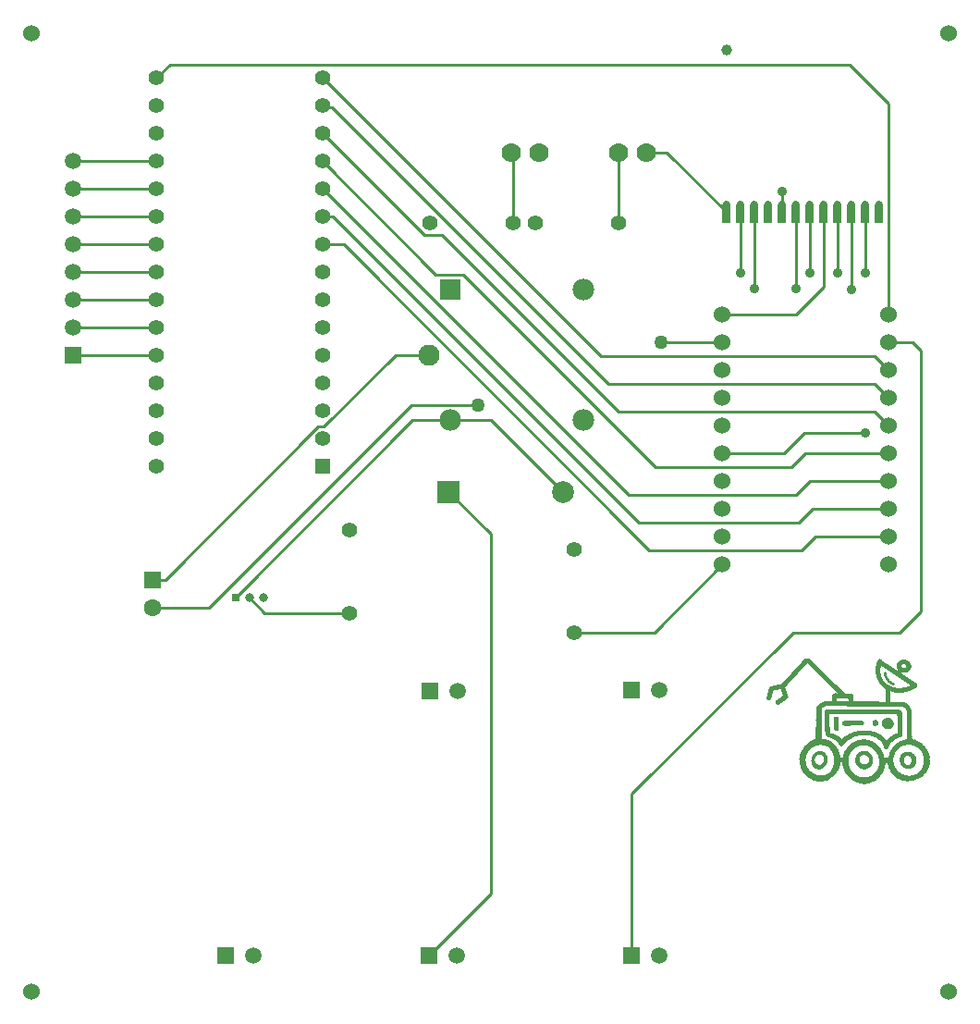
<source format=gtl>
G04*
G04 #@! TF.GenerationSoftware,Altium Limited,Altium Designer,22.5.1 (42)*
G04*
G04 Layer_Physical_Order=1*
G04 Layer_Color=255*
%FSLAX44Y44*%
%MOMM*%
G71*
G04*
G04 #@! TF.SameCoordinates,43CECC40-30F0-40CD-AD13-C48B7C853053*
G04*
G04*
G04 #@! TF.FilePolarity,Positive*
G04*
G01*
G75*
%ADD14C,0.2540*%
%ADD17C,0.0254*%
%ADD23R,1.4140X1.4140*%
%ADD24C,1.4140*%
%ADD39R,2.0000X2.0000*%
%ADD40C,2.0000*%
%ADD41C,0.8000*%
%ADD42R,0.8000X0.8000*%
%ADD43C,1.5240*%
%ADD44R,1.5000X1.5000*%
%ADD45C,1.5000*%
%ADD46C,1.0000*%
%ADD47R,1.5000X1.5000*%
%ADD48C,1.9800*%
%ADD49C,1.9350*%
%ADD50R,1.9800X1.9800*%
%ADD51C,1.7780*%
%ADD52C,1.6000*%
%ADD53R,1.6000X1.6000*%
%ADD54C,1.4000*%
%ADD55C,1.2700*%
%ADD56C,0.9000*%
G36*
X799997Y740096D02*
X800725Y739795D01*
X801380Y739357D01*
X801937Y738800D01*
X802375Y738145D01*
X802676Y737417D01*
X802830Y736644D01*
Y736250D01*
Y720250D01*
X794830D01*
Y736250D01*
Y736644D01*
X794984Y737417D01*
X795285Y738145D01*
X795723Y738800D01*
X796280Y739357D01*
X796935Y739795D01*
X797663Y740096D01*
X798436Y740250D01*
X799224D01*
X799997Y740096D01*
D02*
G37*
G36*
X787297D02*
X788025Y739795D01*
X788680Y739357D01*
X789237Y738800D01*
X789675Y738145D01*
X789976Y737417D01*
X790130Y736644D01*
Y736250D01*
Y720250D01*
X782130D01*
Y736250D01*
Y736644D01*
X782284Y737417D01*
X782585Y738145D01*
X783023Y738800D01*
X783580Y739357D01*
X784235Y739795D01*
X784963Y740096D01*
X785736Y740250D01*
X786524D01*
X787297Y740096D01*
D02*
G37*
G36*
X774597D02*
X775325Y739795D01*
X775980Y739357D01*
X776537Y738800D01*
X776975Y738145D01*
X777276Y737417D01*
X777430Y736644D01*
Y736250D01*
Y720250D01*
X769430D01*
Y736250D01*
Y736644D01*
X769584Y737417D01*
X769885Y738145D01*
X770323Y738800D01*
X770880Y739357D01*
X771535Y739795D01*
X772263Y740096D01*
X773036Y740250D01*
X773824D01*
X774597Y740096D01*
D02*
G37*
G36*
X761897D02*
X762625Y739795D01*
X763280Y739357D01*
X763837Y738800D01*
X764275Y738145D01*
X764576Y737417D01*
X764730Y736644D01*
Y736250D01*
Y720250D01*
X756730D01*
Y736250D01*
Y736644D01*
X756884Y737417D01*
X757185Y738145D01*
X757623Y738800D01*
X758180Y739357D01*
X758835Y739795D01*
X759563Y740096D01*
X760336Y740250D01*
X761124D01*
X761897Y740096D01*
D02*
G37*
G36*
X749197D02*
X749925Y739795D01*
X750580Y739357D01*
X751137Y738800D01*
X751575Y738145D01*
X751876Y737417D01*
X752030Y736644D01*
Y736250D01*
Y720250D01*
X744030D01*
Y736250D01*
Y736644D01*
X744184Y737417D01*
X744485Y738145D01*
X744923Y738800D01*
X745480Y739357D01*
X746135Y739795D01*
X746863Y740096D01*
X747636Y740250D01*
X748424D01*
X749197Y740096D01*
D02*
G37*
G36*
X736497D02*
X737225Y739795D01*
X737880Y739357D01*
X738437Y738800D01*
X738875Y738145D01*
X739176Y737417D01*
X739330Y736644D01*
Y736250D01*
Y720250D01*
X731330D01*
Y736250D01*
Y736644D01*
X731484Y737417D01*
X731785Y738145D01*
X732223Y738800D01*
X732780Y739357D01*
X733435Y739795D01*
X734163Y740096D01*
X734936Y740250D01*
X735724D01*
X736497Y740096D01*
D02*
G37*
G36*
X723797D02*
X724525Y739795D01*
X725180Y739357D01*
X725737Y738800D01*
X726175Y738145D01*
X726476Y737417D01*
X726630Y736644D01*
Y736250D01*
Y720250D01*
X718630D01*
Y736250D01*
Y736644D01*
X718784Y737417D01*
X719085Y738145D01*
X719523Y738800D01*
X720080Y739357D01*
X720735Y739795D01*
X721463Y740096D01*
X722236Y740250D01*
X723024D01*
X723797Y740096D01*
D02*
G37*
G36*
X711097D02*
X711825Y739795D01*
X712480Y739357D01*
X713037Y738800D01*
X713475Y738145D01*
X713776Y737417D01*
X713930Y736644D01*
Y736250D01*
Y720250D01*
X705930D01*
Y736250D01*
Y736644D01*
X706084Y737417D01*
X706385Y738145D01*
X706823Y738800D01*
X707380Y739357D01*
X708035Y739795D01*
X708763Y740096D01*
X709536Y740250D01*
X710324D01*
X711097Y740096D01*
D02*
G37*
G36*
X698397D02*
X699125Y739795D01*
X699780Y739357D01*
X700337Y738800D01*
X700775Y738145D01*
X701076Y737417D01*
X701230Y736644D01*
Y736250D01*
Y720250D01*
X693230D01*
Y736250D01*
Y736644D01*
X693384Y737417D01*
X693685Y738145D01*
X694123Y738800D01*
X694680Y739357D01*
X695335Y739795D01*
X696063Y740096D01*
X696836Y740250D01*
X697624D01*
X698397Y740096D01*
D02*
G37*
G36*
X685697D02*
X686425Y739795D01*
X687080Y739357D01*
X687637Y738800D01*
X688075Y738145D01*
X688376Y737417D01*
X688530Y736644D01*
Y736250D01*
Y720250D01*
X680530D01*
Y736250D01*
Y736644D01*
X680684Y737417D01*
X680985Y738145D01*
X681423Y738800D01*
X681980Y739357D01*
X682635Y739795D01*
X683363Y740096D01*
X684136Y740250D01*
X684924D01*
X685697Y740096D01*
D02*
G37*
G36*
X672997D02*
X673725Y739795D01*
X674380Y739357D01*
X674937Y738800D01*
X675375Y738145D01*
X675676Y737417D01*
X675830Y736644D01*
Y736250D01*
Y720250D01*
X667830D01*
Y736250D01*
Y736644D01*
X667984Y737417D01*
X668285Y738145D01*
X668723Y738800D01*
X669280Y739357D01*
X669935Y739795D01*
X670663Y740096D01*
X671436Y740250D01*
X672224D01*
X672997Y740096D01*
D02*
G37*
G36*
X660297D02*
X661025Y739795D01*
X661680Y739357D01*
X662237Y738800D01*
X662675Y738145D01*
X662976Y737417D01*
X663130Y736644D01*
Y736250D01*
Y720250D01*
X655130D01*
Y736250D01*
Y736644D01*
X655284Y737417D01*
X655585Y738145D01*
X656023Y738800D01*
X656580Y739357D01*
X657235Y739795D01*
X657963Y740096D01*
X658736Y740250D01*
X659524D01*
X660297Y740096D01*
D02*
G37*
G36*
X733150Y321481D02*
X734572D01*
Y321196D01*
X735140D01*
Y320912D01*
X735425D01*
Y320628D01*
X735709D01*
Y320343D01*
X736278D01*
Y320059D01*
X736562D01*
Y319775D01*
X736846D01*
Y319490D01*
X737131D01*
Y319206D01*
X737415D01*
Y318922D01*
X737699D01*
Y318637D01*
X737984D01*
Y318353D01*
X738268D01*
Y318069D01*
X738552D01*
Y317784D01*
X738837D01*
Y317500D01*
X739121D01*
Y317216D01*
X739405D01*
Y316931D01*
X739690D01*
Y316647D01*
X739974D01*
Y316363D01*
X740258D01*
Y316078D01*
X740543D01*
Y315794D01*
X740827D01*
Y315510D01*
X741111D01*
Y315225D01*
X741396D01*
Y314941D01*
X741680D01*
Y314657D01*
X741964D01*
Y314372D01*
X742249D01*
Y314088D01*
X742533D01*
Y313804D01*
X742817D01*
Y313519D01*
X743102D01*
Y313235D01*
X743386D01*
Y312951D01*
X743670D01*
Y312666D01*
X743955D01*
Y312382D01*
X744239D01*
Y312098D01*
X744523D01*
Y311813D01*
X744808D01*
Y311529D01*
X745092D01*
Y311245D01*
X745376D01*
Y310960D01*
X745661D01*
Y310676D01*
X745945D01*
Y310392D01*
X746229D01*
Y310107D01*
X746514D01*
Y309823D01*
X746798D01*
Y309539D01*
X747082D01*
Y309254D01*
X747367D01*
Y308970D01*
X747935D01*
Y308686D01*
X748220D01*
Y308402D01*
X748504D01*
Y308117D01*
X748788D01*
Y307833D01*
X749072D01*
Y307549D01*
X749357D01*
Y307264D01*
X749641D01*
Y306980D01*
X749926D01*
Y306695D01*
X750210D01*
Y306411D01*
X750494D01*
Y306127D01*
X750779D01*
Y305842D01*
X751063D01*
Y305558D01*
X751347D01*
Y305274D01*
X751631D01*
Y304989D01*
X751916D01*
Y304705D01*
X752200D01*
Y304421D01*
X752485D01*
Y304137D01*
X752769D01*
Y303852D01*
X753053D01*
Y303568D01*
X753337D01*
Y303284D01*
X753622D01*
Y302999D01*
X753906D01*
Y302715D01*
X754190D01*
Y302431D01*
X754475D01*
Y302146D01*
X754759D01*
Y301862D01*
X755043D01*
Y301578D01*
X755328D01*
Y301293D01*
X755612D01*
Y301009D01*
X755896D01*
Y300725D01*
X756181D01*
Y300440D01*
X756465D01*
Y300156D01*
X756749D01*
Y299872D01*
X757034D01*
Y299587D01*
X757318D01*
Y299303D01*
X757602D01*
Y299019D01*
X757887D01*
Y298734D01*
X758171D01*
Y298450D01*
X758455D01*
Y298166D01*
X758740D01*
Y297881D01*
X759308D01*
Y297597D01*
X759593D01*
Y297313D01*
X759877D01*
Y297028D01*
X760161D01*
Y296744D01*
X760446D01*
Y296460D01*
X760730D01*
Y296175D01*
X761014D01*
Y295891D01*
X761299D01*
Y295607D01*
X761583D01*
Y295322D01*
X761867D01*
Y295038D01*
X762152D01*
Y294754D01*
X762436D01*
Y294469D01*
X762720D01*
Y294185D01*
X763005D01*
Y293901D01*
X763289D01*
Y293616D01*
X763573D01*
Y293332D01*
X763858D01*
Y293048D01*
X764142D01*
Y292763D01*
X764426D01*
Y292479D01*
X764711D01*
Y292195D01*
X764995D01*
Y291910D01*
X765279D01*
Y291626D01*
X765564D01*
Y291342D01*
X765848D01*
Y291057D01*
X766132D01*
Y290773D01*
X766417D01*
Y290489D01*
X766701D01*
Y290205D01*
X766985D01*
Y289920D01*
X767270D01*
Y289636D01*
X767554D01*
Y289352D01*
X767838D01*
Y289067D01*
X773240D01*
Y288783D01*
X774378D01*
Y288498D01*
X774662D01*
Y288214D01*
X774946D01*
Y287930D01*
X775231D01*
Y287077D01*
X775515D01*
Y283096D01*
X775231D01*
Y282243D01*
X799399D01*
Y281959D01*
X804801D01*
Y293616D01*
X804517D01*
Y293901D01*
X803948D01*
Y294185D01*
X803664D01*
Y294469D01*
X803379D01*
Y294754D01*
X802811D01*
Y295038D01*
X802526D01*
Y295322D01*
X802242D01*
Y295607D01*
X801958D01*
Y295891D01*
X801673D01*
Y296175D01*
X801389D01*
Y296460D01*
X801105D01*
Y296744D01*
X800820D01*
Y297028D01*
X800536D01*
Y297313D01*
X800252D01*
Y297881D01*
X799967D01*
Y298166D01*
X799683D01*
Y298450D01*
X799399D01*
Y299019D01*
X799114D01*
Y299303D01*
X798830D01*
Y299872D01*
X798546D01*
Y300440D01*
X798261D01*
Y301009D01*
X797977D01*
Y301578D01*
X797693D01*
Y302146D01*
X797408D01*
Y302715D01*
X797124D01*
Y303568D01*
X796840D01*
Y304421D01*
X796555D01*
Y305558D01*
X796271D01*
Y306980D01*
X795987D01*
Y309539D01*
X795702D01*
Y311813D01*
X795987D01*
Y314372D01*
X796271D01*
Y316078D01*
X796555D01*
Y317216D01*
X796840D01*
Y318069D01*
X797124D01*
Y318922D01*
X797408D01*
Y319775D01*
X797693D01*
Y320059D01*
X797977D01*
Y320628D01*
X798546D01*
Y320912D01*
X799114D01*
Y321196D01*
X799967D01*
Y320912D01*
X800820D01*
Y320628D01*
X801105D01*
Y320343D01*
X801389D01*
Y319775D01*
X801673D01*
Y319490D01*
X801958D01*
Y319206D01*
X802242D01*
Y318922D01*
X802811D01*
Y318637D01*
X803095D01*
Y318353D01*
X803664D01*
Y318069D01*
X803948D01*
Y317784D01*
X804517D01*
Y317500D01*
X804801D01*
Y317216D01*
X805370D01*
Y316931D01*
X805654D01*
Y316647D01*
X806223D01*
Y316363D01*
X806507D01*
Y316078D01*
X807076D01*
Y315794D01*
X807360D01*
Y315510D01*
X807928D01*
Y315225D01*
X808213D01*
Y314941D01*
X808782D01*
Y314657D01*
X809066D01*
Y314372D01*
X809634D01*
Y314088D01*
X809919D01*
Y313804D01*
X810488D01*
Y313519D01*
X810772D01*
Y313235D01*
X811340D01*
Y312951D01*
X811625D01*
Y312666D01*
X812193D01*
Y312382D01*
X812478D01*
Y312098D01*
X813046D01*
Y311813D01*
X813331D01*
Y311529D01*
X813899D01*
Y311245D01*
X814184D01*
Y310960D01*
X814752D01*
Y310676D01*
X815037D01*
Y310392D01*
X815605D01*
Y310676D01*
X815890D01*
Y311529D01*
X815605D01*
Y311813D01*
X815321D01*
Y312382D01*
X815037D01*
Y313519D01*
X814752D01*
Y315510D01*
X815037D01*
Y316647D01*
X815321D01*
Y317216D01*
X815605D01*
Y317784D01*
X815890D01*
Y318069D01*
X816174D01*
Y318353D01*
X816458D01*
Y318637D01*
X816743D01*
Y318922D01*
X817027D01*
Y319206D01*
X817311D01*
Y319490D01*
X817880D01*
Y319775D01*
X818449D01*
Y320059D01*
X819302D01*
Y320343D01*
X820439D01*
Y320628D01*
X822429D01*
Y320343D01*
X823567D01*
Y320059D01*
X824420D01*
Y319775D01*
X824988D01*
Y319490D01*
X825557D01*
Y319206D01*
X825841D01*
Y318922D01*
X826410D01*
Y318637D01*
X826694D01*
Y318353D01*
X826979D01*
Y317784D01*
X827263D01*
Y317500D01*
X827547D01*
Y316931D01*
X827831D01*
Y316363D01*
X828116D01*
Y315510D01*
X828400D01*
Y313235D01*
X828116D01*
Y312098D01*
X827831D01*
Y311529D01*
X827547D01*
Y311245D01*
X827263D01*
Y310676D01*
X826979D01*
Y310392D01*
X826694D01*
Y310107D01*
X826410D01*
Y309823D01*
X825841D01*
Y309539D01*
X825557D01*
Y309254D01*
X824988D01*
Y308970D01*
X824420D01*
Y308686D01*
X823567D01*
Y308402D01*
X819870D01*
Y308686D01*
X819017D01*
Y307833D01*
X819302D01*
Y307549D01*
X819870D01*
Y307264D01*
X820155D01*
Y306980D01*
X820723D01*
Y306695D01*
X821008D01*
Y306411D01*
X821576D01*
Y306127D01*
X821861D01*
Y305842D01*
X822429D01*
Y305558D01*
X822714D01*
Y305274D01*
X823282D01*
Y304989D01*
X823567D01*
Y304705D01*
X824135D01*
Y304421D01*
X824420D01*
Y304137D01*
X824988D01*
Y303852D01*
X825273D01*
Y303568D01*
X825841D01*
Y303284D01*
X826125D01*
Y302999D01*
X826694D01*
Y302715D01*
X826979D01*
Y302431D01*
X827547D01*
Y302146D01*
X827831D01*
Y301862D01*
X828400D01*
Y301578D01*
X828684D01*
Y301293D01*
X829253D01*
Y301009D01*
X829538D01*
Y300725D01*
X830106D01*
Y300440D01*
X830390D01*
Y300156D01*
X830959D01*
Y299872D01*
X831243D01*
Y299587D01*
X831528D01*
Y299303D01*
X832096D01*
Y299019D01*
X832665D01*
Y298734D01*
X832949D01*
Y298450D01*
X833234D01*
Y298166D01*
X833518D01*
Y297881D01*
X833802D01*
Y297597D01*
X834087D01*
Y297028D01*
X834371D01*
Y296744D01*
X834087D01*
Y295891D01*
X833802D01*
Y295322D01*
X833518D01*
Y295038D01*
X833234D01*
Y294754D01*
X832949D01*
Y294469D01*
X832381D01*
Y294185D01*
X832096D01*
Y293901D01*
X831528D01*
Y293616D01*
X830959D01*
Y293332D01*
X830390D01*
Y293048D01*
X829822D01*
Y292763D01*
X829253D01*
Y292479D01*
X828684D01*
Y292195D01*
X827831D01*
Y291910D01*
X827263D01*
Y291626D01*
X826410D01*
Y291342D01*
X825557D01*
Y291057D01*
X824420D01*
Y290773D01*
X823282D01*
Y290489D01*
X821861D01*
Y290205D01*
X819586D01*
Y289920D01*
X815037D01*
Y290205D01*
X812762D01*
Y290489D01*
X811625D01*
Y290773D01*
X810488D01*
Y291057D01*
X809634D01*
Y291342D01*
X809350D01*
Y291057D01*
X809066D01*
Y290773D01*
X809350D01*
Y281959D01*
X819870D01*
Y281675D01*
X821576D01*
Y281390D01*
X822429D01*
Y281106D01*
X822998D01*
Y280822D01*
X823567D01*
Y280537D01*
X824135D01*
Y280253D01*
X824420D01*
Y279969D01*
X824988D01*
Y279684D01*
X825273D01*
Y279400D01*
X825557D01*
Y279116D01*
X825841D01*
Y278831D01*
X826125D01*
Y278547D01*
X826410D01*
Y278263D01*
X826694D01*
Y277694D01*
X826979D01*
Y277410D01*
X827263D01*
Y276841D01*
X827547D01*
Y276272D01*
X827831D01*
Y275704D01*
X828116D01*
Y274851D01*
X828400D01*
Y273998D01*
X828684D01*
Y272292D01*
X828969D01*
Y268596D01*
X828684D01*
Y257507D01*
X828969D01*
Y249830D01*
X829253D01*
Y249545D01*
X828969D01*
Y248408D01*
X829253D01*
Y247840D01*
X828969D01*
Y247555D01*
X830106D01*
Y247271D01*
X831243D01*
Y246987D01*
X832096D01*
Y246702D01*
X832665D01*
Y246418D01*
X833518D01*
Y246134D01*
X834087D01*
Y245849D01*
X834371D01*
Y246134D01*
X834940D01*
Y245849D01*
X834655D01*
Y245565D01*
X834940D01*
Y245281D01*
X835508D01*
Y244996D01*
X836077D01*
Y244712D01*
X836361D01*
Y244428D01*
X836646D01*
Y244143D01*
X837214D01*
Y243859D01*
X837499D01*
Y243575D01*
X837783D01*
Y243290D01*
X838636D01*
Y242153D01*
X839773D01*
Y241869D01*
X840058D01*
Y241584D01*
X840342D01*
Y240731D01*
X841195D01*
Y240163D01*
X841479D01*
Y239878D01*
X841764D01*
Y239594D01*
X842048D01*
Y239025D01*
X842332D01*
Y238741D01*
X842617D01*
Y238457D01*
X842332D01*
Y238172D01*
X842901D01*
Y237888D01*
X843185D01*
Y237319D01*
X843470D01*
Y237035D01*
X843185D01*
Y236751D01*
X843754D01*
Y236466D01*
X844038D01*
Y235898D01*
X843754D01*
Y235613D01*
X844323D01*
Y235045D01*
X844607D01*
Y234192D01*
X844891D01*
Y233339D01*
X845175D01*
Y232486D01*
X845460D01*
Y231064D01*
X845744D01*
Y229643D01*
X845175D01*
Y229358D01*
X845460D01*
Y228790D01*
X845744D01*
Y227084D01*
X845460D01*
Y226231D01*
X845744D01*
Y224809D01*
X845460D01*
Y223672D01*
X845175D01*
Y222819D01*
X844891D01*
Y222534D01*
X844607D01*
Y222250D01*
X844891D01*
Y221681D01*
X844607D01*
Y221113D01*
X844323D01*
Y220544D01*
X844038D01*
Y219691D01*
X843754D01*
Y219407D01*
X843185D01*
Y219122D01*
X843470D01*
Y218838D01*
X842901D01*
Y218554D01*
X843185D01*
Y218269D01*
X842901D01*
Y217985D01*
X842332D01*
Y217701D01*
X842617D01*
Y217416D01*
X842332D01*
Y216848D01*
X842048D01*
Y216563D01*
X841764D01*
Y216279D01*
X841479D01*
Y215995D01*
X840911D01*
Y215426D01*
X840626D01*
Y215142D01*
X840058D01*
Y214858D01*
X840342D01*
Y214573D01*
X840058D01*
Y214289D01*
X839773D01*
Y214004D01*
X839489D01*
Y213720D01*
X838920D01*
Y213436D01*
X838636D01*
Y213151D01*
X837783D01*
Y212583D01*
X837499D01*
Y212299D01*
X837214D01*
Y212583D01*
X836930D01*
Y212014D01*
X835508D01*
Y211730D01*
X835224D01*
Y211446D01*
X834655D01*
Y211161D01*
X834087D01*
Y210877D01*
X833234D01*
Y210592D01*
X832381D01*
Y210308D01*
X831528D01*
Y210024D01*
X830106D01*
Y209739D01*
X828684D01*
Y209455D01*
X826125D01*
Y209171D01*
X823851D01*
Y209455D01*
X821861D01*
Y209739D01*
X820439D01*
Y210024D01*
X819586D01*
Y210308D01*
X818733D01*
Y210592D01*
X817311D01*
Y210877D01*
X816743D01*
Y211161D01*
X815890D01*
Y211446D01*
X815037D01*
Y211730D01*
X814752D01*
Y212014D01*
X815037D01*
Y212299D01*
X814184D01*
Y212867D01*
X813615D01*
Y213151D01*
X813046D01*
Y213436D01*
X812762D01*
Y213720D01*
X812478D01*
Y214004D01*
X812193D01*
Y214289D01*
X811909D01*
Y214573D01*
X811625D01*
Y214858D01*
X811340D01*
Y215142D01*
X811625D01*
Y215426D01*
X811340D01*
Y215710D01*
X811056D01*
Y215426D01*
X810772D01*
Y215710D01*
X810488D01*
Y215995D01*
X810772D01*
Y216563D01*
X810488D01*
Y216279D01*
X810203D01*
Y216563D01*
X809919D01*
Y216848D01*
X809634D01*
Y217416D01*
X809350D01*
Y217701D01*
X809634D01*
Y217985D01*
X809066D01*
Y218269D01*
X808782D01*
Y218838D01*
X808497D01*
Y219122D01*
X808782D01*
Y219407D01*
X808213D01*
Y219975D01*
X807928D01*
Y220828D01*
X807644D01*
Y221397D01*
X807360D01*
Y222250D01*
X807076D01*
Y223103D01*
X807360D01*
Y223387D01*
X807076D01*
Y223672D01*
X806791D01*
Y224525D01*
X806507D01*
Y225662D01*
X804801D01*
Y223956D01*
X804517D01*
Y223672D01*
X804232D01*
Y223387D01*
X803948D01*
Y223103D01*
X804517D01*
Y222250D01*
X804232D01*
Y221113D01*
X803948D01*
Y220544D01*
X803664D01*
Y220260D01*
X803379D01*
Y219975D01*
X803664D01*
Y219407D01*
X803379D01*
Y218838D01*
X803095D01*
Y218269D01*
X802811D01*
Y217701D01*
X802526D01*
Y217132D01*
X802242D01*
Y216563D01*
X801958D01*
Y216279D01*
X801673D01*
Y215710D01*
X801389D01*
Y215426D01*
X801105D01*
Y214858D01*
X800820D01*
Y214573D01*
X800536D01*
Y214289D01*
X800252D01*
Y213720D01*
X799683D01*
Y213151D01*
X799399D01*
Y212867D01*
X799114D01*
Y212583D01*
X798830D01*
Y212299D01*
X798546D01*
Y212014D01*
X798261D01*
Y211730D01*
X797977D01*
Y211446D01*
X797693D01*
Y211730D01*
X797408D01*
Y210877D01*
X796840D01*
Y210592D01*
X796555D01*
Y210308D01*
X796271D01*
Y210024D01*
X795418D01*
Y209739D01*
X794849D01*
Y209171D01*
X794281D01*
Y208887D01*
X793712D01*
Y208602D01*
X793428D01*
Y208318D01*
X792859D01*
Y208602D01*
X792575D01*
Y208318D01*
X792006D01*
Y207749D01*
X791722D01*
Y208034D01*
X791438D01*
Y207749D01*
X790869D01*
Y207465D01*
X790300D01*
Y207181D01*
X789447D01*
Y206896D01*
X787457D01*
Y206612D01*
X783476D01*
Y207181D01*
X781486D01*
Y207465D01*
X780349D01*
Y207749D01*
X779496D01*
Y208034D01*
X778643D01*
Y208318D01*
X777790D01*
Y208602D01*
X777221D01*
Y208887D01*
X776368D01*
Y209171D01*
X776084D01*
Y209455D01*
X775515D01*
Y209739D01*
X774946D01*
Y210024D01*
X774662D01*
Y210308D01*
X774093D01*
Y210592D01*
X773809D01*
Y210877D01*
X773240D01*
Y211161D01*
X772956D01*
Y211446D01*
X772672D01*
Y211730D01*
X772387D01*
Y212014D01*
X772103D01*
Y212299D01*
X771535D01*
Y212583D01*
X771250D01*
Y213151D01*
X770682D01*
Y213720D01*
X770397D01*
Y214004D01*
X770113D01*
Y214289D01*
X769828D01*
Y214573D01*
X769544D01*
Y214858D01*
X769260D01*
Y215426D01*
X768976D01*
Y215710D01*
X768691D01*
Y216279D01*
X768407D01*
Y216563D01*
X768122D01*
Y217132D01*
X767838D01*
Y217701D01*
X767554D01*
Y218269D01*
X767270D01*
Y218838D01*
X766985D01*
Y219407D01*
X766701D01*
Y220260D01*
X766417D01*
Y220828D01*
X766132D01*
Y221966D01*
X765848D01*
Y223103D01*
X765564D01*
Y224240D01*
X765279D01*
Y226231D01*
X763858D01*
Y225378D01*
X763573D01*
Y223672D01*
X763289D01*
Y222819D01*
X763005D01*
Y221966D01*
X762720D01*
Y221113D01*
X762436D01*
Y220544D01*
X762152D01*
Y219975D01*
X761867D01*
Y219407D01*
X761583D01*
Y218838D01*
X761299D01*
Y218554D01*
X761014D01*
Y217985D01*
X760730D01*
Y217701D01*
X760446D01*
Y217132D01*
X760161D01*
Y216848D01*
X759877D01*
Y216563D01*
X759593D01*
Y215995D01*
X759308D01*
Y215710D01*
X759024D01*
Y215426D01*
X758740D01*
Y215142D01*
X758455D01*
Y214858D01*
X758171D01*
Y214573D01*
X757887D01*
Y214289D01*
X757318D01*
Y214004D01*
X757034D01*
Y213720D01*
X756749D01*
Y213436D01*
X756465D01*
Y213151D01*
X755896D01*
Y212867D01*
X755612D01*
Y212583D01*
X755328D01*
Y212299D01*
X755043D01*
Y212014D01*
X754759D01*
Y211730D01*
X755043D01*
Y211446D01*
X754759D01*
Y211730D01*
X754475D01*
Y211446D01*
X754190D01*
Y211161D01*
X753906D01*
Y210877D01*
X753337D01*
Y210592D01*
X753053D01*
Y210308D01*
X752769D01*
Y210024D01*
X752200D01*
Y209739D01*
X749072D01*
Y209455D01*
X747935D01*
Y209171D01*
X746229D01*
Y208887D01*
X743386D01*
Y209171D01*
X741111D01*
Y209455D01*
X739974D01*
Y209739D01*
X738837D01*
Y210024D01*
X737984D01*
Y210308D01*
X737415D01*
Y210592D01*
X736846D01*
Y210877D01*
X736278D01*
Y211161D01*
X735709D01*
Y211446D01*
X735140D01*
Y211730D01*
X734856D01*
Y212014D01*
X734287D01*
Y212299D01*
X734003D01*
Y212583D01*
X733719D01*
Y212867D01*
X733150D01*
Y213151D01*
X732866D01*
Y213436D01*
X732581D01*
Y213720D01*
X732297D01*
Y214004D01*
X732013D01*
Y214289D01*
X731729D01*
Y214573D01*
X731444D01*
Y214858D01*
X731160D01*
Y215142D01*
X730875D01*
Y215426D01*
X730591D01*
Y215710D01*
X730307D01*
Y216279D01*
X730023D01*
Y216563D01*
X729738D01*
Y216848D01*
X729454D01*
Y217416D01*
X729170D01*
Y217985D01*
X728885D01*
Y218269D01*
X728601D01*
Y218838D01*
X728317D01*
Y219407D01*
X728032D01*
Y219975D01*
X727748D01*
Y220828D01*
X727464D01*
Y221681D01*
X727179D01*
Y222534D01*
X726895D01*
Y223672D01*
X726611D01*
Y225378D01*
X726326D01*
Y229358D01*
X726042D01*
Y229074D01*
X725473D01*
Y228790D01*
X724905D01*
Y229358D01*
X725189D01*
Y229643D01*
X725758D01*
Y230211D01*
X726326D01*
Y231064D01*
X726042D01*
Y232201D01*
X726326D01*
Y233339D01*
X726611D01*
Y234192D01*
X727179D01*
Y234476D01*
X726895D01*
Y235045D01*
X727179D01*
Y235613D01*
X727464D01*
Y236182D01*
X728032D01*
Y236466D01*
X727748D01*
Y236751D01*
X728317D01*
Y237035D01*
X728032D01*
Y237319D01*
X728317D01*
Y237888D01*
X728601D01*
Y238457D01*
X728885D01*
Y238741D01*
X729454D01*
Y239025D01*
X729170D01*
Y239310D01*
X729454D01*
Y239594D01*
X729738D01*
Y239878D01*
X730023D01*
Y240447D01*
X730307D01*
Y240731D01*
X730591D01*
Y241016D01*
X730875D01*
Y241584D01*
X731160D01*
Y241869D01*
X731444D01*
Y242153D01*
X731729D01*
Y242437D01*
X732013D01*
Y242722D01*
X732297D01*
Y243006D01*
X732581D01*
Y243290D01*
X733150D01*
Y243575D01*
X733435D01*
Y244143D01*
X733719D01*
Y244428D01*
X734287D01*
Y244712D01*
X734572D01*
Y244996D01*
X734856D01*
Y245281D01*
X735709D01*
Y245849D01*
X735993D01*
Y246134D01*
X736562D01*
Y246418D01*
X737415D01*
Y246702D01*
X737699D01*
Y246987D01*
X737984D01*
Y247271D01*
X738552D01*
Y247555D01*
X739690D01*
Y247840D01*
X739974D01*
Y247555D01*
X740258D01*
Y248124D01*
X740543D01*
Y248408D01*
X740827D01*
Y258644D01*
X741111D01*
Y264331D01*
X740827D01*
Y264899D01*
X740543D01*
Y265184D01*
X741111D01*
Y264899D01*
X741396D01*
Y270017D01*
X741111D01*
Y270301D01*
X741396D01*
Y270586D01*
X741111D01*
Y271723D01*
X741396D01*
Y272292D01*
X741111D01*
Y275135D01*
X741396D01*
Y275988D01*
X741680D01*
Y277125D01*
X741964D01*
Y277694D01*
X742249D01*
Y278263D01*
X742533D01*
Y278547D01*
X743102D01*
Y278831D01*
X743386D01*
Y279116D01*
X743670D01*
Y279400D01*
X743955D01*
Y279684D01*
X744239D01*
Y279969D01*
X744523D01*
Y280253D01*
X745092D01*
Y280537D01*
X745376D01*
Y280822D01*
X745661D01*
Y281106D01*
X746229D01*
Y281390D01*
X746798D01*
Y281675D01*
X747367D01*
Y281959D01*
X748220D01*
Y282243D01*
X749641D01*
Y282528D01*
X755896D01*
Y285940D01*
Y286224D01*
X756181D01*
Y287930D01*
X756465D01*
Y288498D01*
X756749D01*
Y288783D01*
X757034D01*
Y289067D01*
X757318D01*
Y289352D01*
X758455D01*
Y289636D01*
X759877D01*
Y289352D01*
X761299D01*
Y289636D01*
X761014D01*
Y289920D01*
X760730D01*
Y290205D01*
X760446D01*
Y290489D01*
X760161D01*
Y290773D01*
X759877D01*
Y291057D01*
X759593D01*
Y291342D01*
X759308D01*
Y291626D01*
X759024D01*
Y291910D01*
X758740D01*
Y292195D01*
X758455D01*
Y292479D01*
X758171D01*
Y292763D01*
X757887D01*
Y293048D01*
X757602D01*
Y293332D01*
X757318D01*
Y293616D01*
X757034D01*
Y293901D01*
X756749D01*
Y294185D01*
X756465D01*
Y294469D01*
X756181D01*
Y294754D01*
X755896D01*
Y295038D01*
X755328D01*
Y295322D01*
X755043D01*
Y295607D01*
X754759D01*
Y295891D01*
X754475D01*
Y296175D01*
X754190D01*
Y296460D01*
X753906D01*
Y296744D01*
X753622D01*
Y297028D01*
X753337D01*
Y297313D01*
X753053D01*
Y297597D01*
X752769D01*
Y297881D01*
X752485D01*
Y298166D01*
X752200D01*
Y298450D01*
X751916D01*
Y298734D01*
X751631D01*
Y299019D01*
X751347D01*
Y299303D01*
X751063D01*
Y299587D01*
X750779D01*
Y299872D01*
X750494D01*
Y300156D01*
X750210D01*
Y300440D01*
X749926D01*
Y300725D01*
X749641D01*
Y301009D01*
X749357D01*
Y301293D01*
X749072D01*
Y301578D01*
X748788D01*
Y301862D01*
X748504D01*
Y302146D01*
X748220D01*
Y302431D01*
X747935D01*
Y302715D01*
X747651D01*
Y302999D01*
X747367D01*
Y303284D01*
X747082D01*
Y303568D01*
X746798D01*
Y303852D01*
X746514D01*
Y304137D01*
X746229D01*
Y304421D01*
X745945D01*
Y304705D01*
X745661D01*
Y304989D01*
X745376D01*
Y305274D01*
X745092D01*
Y305558D01*
X744808D01*
Y305842D01*
X744523D01*
Y306127D01*
X744239D01*
Y306411D01*
X743955D01*
Y306695D01*
X743670D01*
Y306980D01*
X743102D01*
Y307264D01*
X742817D01*
Y307549D01*
X742533D01*
Y307833D01*
X742249D01*
Y308117D01*
X741964D01*
Y308402D01*
X741680D01*
Y308686D01*
X741396D01*
Y308970D01*
X741111D01*
Y309254D01*
X740827D01*
Y309539D01*
X740543D01*
Y309823D01*
X740258D01*
Y310107D01*
X739974D01*
Y310392D01*
X739690D01*
Y310676D01*
X739405D01*
Y310960D01*
X739121D01*
Y311245D01*
X738837D01*
Y311529D01*
X738552D01*
Y311813D01*
X738268D01*
Y312098D01*
X737984D01*
Y312382D01*
X737699D01*
Y312666D01*
X737415D01*
Y312951D01*
X737131D01*
Y313235D01*
X736846D01*
Y313519D01*
X736562D01*
Y313804D01*
X736278D01*
Y314088D01*
X735993D01*
Y314372D01*
X735709D01*
Y314657D01*
X735425D01*
Y314941D01*
X735140D01*
Y315225D01*
X734856D01*
Y315510D01*
X734572D01*
Y315794D01*
X734287D01*
Y316078D01*
X734003D01*
Y316363D01*
X733719D01*
Y316647D01*
X733435D01*
Y316931D01*
X732866D01*
Y316647D01*
X732581D01*
Y316363D01*
X732297D01*
Y316078D01*
X732013D01*
Y315794D01*
X731729D01*
Y315510D01*
X731444D01*
Y315225D01*
X731160D01*
Y314941D01*
X730875D01*
Y314657D01*
X730591D01*
Y314372D01*
X730307D01*
Y313804D01*
X730023D01*
Y313519D01*
X729738D01*
Y313235D01*
X729454D01*
Y312951D01*
X729170D01*
Y312666D01*
X728885D01*
Y312382D01*
X728601D01*
Y312098D01*
X728317D01*
Y311813D01*
X728032D01*
Y311529D01*
X727748D01*
Y311245D01*
X727464D01*
Y310676D01*
X727179D01*
Y310392D01*
X726895D01*
Y310107D01*
X726611D01*
Y309823D01*
X726326D01*
Y309539D01*
X726042D01*
Y309254D01*
X725758D01*
Y308970D01*
X725473D01*
Y308686D01*
X725189D01*
Y308402D01*
X724905D01*
Y308117D01*
X724620D01*
Y307833D01*
X724336D01*
Y307264D01*
X724052D01*
Y306980D01*
X723767D01*
Y306695D01*
X723483D01*
Y306411D01*
X723199D01*
Y306127D01*
X722914D01*
Y305842D01*
X722630D01*
Y305558D01*
X722346D01*
Y305274D01*
X722061D01*
Y304989D01*
X721777D01*
Y304705D01*
X721493D01*
Y304421D01*
X721208D01*
Y303852D01*
X720924D01*
Y303568D01*
X720640D01*
Y303284D01*
X720355D01*
Y302999D01*
X720071D01*
Y302715D01*
X719787D01*
Y302431D01*
X719502D01*
Y302146D01*
X719218D01*
Y301862D01*
X718934D01*
Y301578D01*
X718649D01*
Y301009D01*
X718365D01*
Y300725D01*
X718081D01*
Y300440D01*
X717796D01*
Y300156D01*
X717512D01*
Y299872D01*
X717228D01*
Y299587D01*
X716943D01*
Y299303D01*
X716659D01*
Y299019D01*
X716375D01*
Y298734D01*
X716090D01*
Y298450D01*
X715806D01*
Y298166D01*
X715522D01*
Y297597D01*
X715238D01*
Y297313D01*
X714953D01*
Y297028D01*
X714669D01*
Y296744D01*
X714385D01*
Y296460D01*
X714100D01*
Y296175D01*
X713816D01*
Y295891D01*
X713531D01*
Y295607D01*
X713247D01*
Y295322D01*
X712963D01*
Y294469D01*
X713247D01*
Y293616D01*
X713531D01*
Y292763D01*
X713816D01*
Y291910D01*
X714100D01*
Y291057D01*
X714385D01*
Y290205D01*
X714669D01*
Y289352D01*
X714953D01*
Y288498D01*
X715238D01*
Y287645D01*
X715522D01*
Y286793D01*
X715806D01*
Y286224D01*
X715522D01*
Y285371D01*
X715238D01*
Y285087D01*
X714953D01*
Y284802D01*
X714669D01*
Y284518D01*
X714385D01*
Y284234D01*
X713816D01*
Y283949D01*
X713531D01*
Y283665D01*
X713247D01*
Y283381D01*
X712679D01*
Y283096D01*
X712394D01*
Y282812D01*
X711825D01*
Y282528D01*
X711541D01*
Y282243D01*
X710973D01*
Y281959D01*
X710688D01*
Y281675D01*
X710120D01*
Y281390D01*
X709835D01*
Y281106D01*
X709267D01*
Y280822D01*
X708982D01*
Y280537D01*
X708414D01*
Y280253D01*
X708129D01*
Y279969D01*
X707561D01*
Y279684D01*
X707276D01*
Y279400D01*
X705286D01*
Y279684D01*
X705002D01*
Y279969D01*
X704717D01*
Y280253D01*
X704433D01*
Y280537D01*
X704149D01*
Y282812D01*
X704433D01*
Y283096D01*
X704717D01*
Y283381D01*
X705002D01*
Y283665D01*
X705570D01*
Y283949D01*
X705855D01*
Y284234D01*
X706423D01*
Y284518D01*
X706708D01*
Y284802D01*
X707276D01*
Y285087D01*
X707561D01*
Y285371D01*
X708129D01*
Y285655D01*
X708414D01*
Y285940D01*
X708982D01*
Y286224D01*
X709267D01*
Y286508D01*
X709835D01*
Y286793D01*
X710120D01*
Y287077D01*
X710688D01*
Y288214D01*
X710404D01*
Y289067D01*
X710120D01*
Y289636D01*
X709835D01*
Y290773D01*
X709551D01*
Y291626D01*
X709267D01*
Y292479D01*
X708982D01*
Y293332D01*
X707561D01*
Y293048D01*
X706423D01*
Y292763D01*
X705002D01*
Y292479D01*
X703580D01*
Y292195D01*
X702443D01*
Y291910D01*
X701874D01*
Y291057D01*
X701590D01*
Y289920D01*
X701305D01*
Y288783D01*
X701021D01*
Y287930D01*
X700737D01*
Y286793D01*
X700452D01*
Y285655D01*
X700168D01*
Y284802D01*
X699884D01*
Y284234D01*
X699599D01*
Y283949D01*
X699315D01*
Y283665D01*
X698746D01*
Y283381D01*
X697040D01*
Y283665D01*
X696756D01*
Y283949D01*
X696472D01*
Y284234D01*
X696188D01*
Y284518D01*
X695903D01*
Y286793D01*
X696188D01*
Y287930D01*
X696472D01*
Y288783D01*
X696756D01*
Y289920D01*
X697040D01*
Y291057D01*
X697325D01*
Y292195D01*
X697609D01*
Y293332D01*
X697893D01*
Y294185D01*
X698178D01*
Y295038D01*
X698462D01*
Y295322D01*
X698746D01*
Y295607D01*
X699031D01*
Y295891D01*
X699315D01*
Y296175D01*
X701305D01*
Y296460D01*
X702443D01*
Y296744D01*
X703864D01*
Y297028D01*
X705002D01*
Y297313D01*
X706423D01*
Y297597D01*
X707845D01*
Y297881D01*
X708982D01*
Y298166D01*
X709835D01*
Y298450D01*
X710120D01*
Y298734D01*
X710404D01*
Y299019D01*
X710688D01*
Y299303D01*
X710973D01*
Y299587D01*
X711257D01*
Y299872D01*
X711541D01*
Y300156D01*
X711825D01*
Y300440D01*
X712110D01*
Y300725D01*
X712394D01*
Y301009D01*
X712679D01*
Y301578D01*
X712963D01*
Y301862D01*
X713247D01*
Y302146D01*
X713531D01*
Y302431D01*
X713816D01*
Y302715D01*
X714100D01*
Y302999D01*
X714385D01*
Y303284D01*
X714669D01*
Y303568D01*
X714953D01*
Y303852D01*
X715238D01*
Y304137D01*
X715522D01*
Y304421D01*
X715806D01*
Y304989D01*
X716090D01*
Y305274D01*
X716375D01*
Y305558D01*
X716659D01*
Y305842D01*
X716943D01*
Y306127D01*
X717228D01*
Y306411D01*
X717512D01*
Y306695D01*
X717796D01*
Y306980D01*
X718081D01*
Y307264D01*
X718365D01*
Y307549D01*
X718649D01*
Y307833D01*
X718934D01*
Y308402D01*
X719218D01*
Y308686D01*
X719502D01*
Y308970D01*
X719787D01*
Y309254D01*
X720071D01*
Y309539D01*
X720355D01*
Y309823D01*
X720640D01*
Y310107D01*
X720924D01*
Y310392D01*
X721208D01*
Y310676D01*
X721493D01*
Y310960D01*
X721777D01*
Y311245D01*
X722061D01*
Y311813D01*
X722346D01*
Y312098D01*
X722630D01*
Y312382D01*
X722914D01*
Y312666D01*
X723199D01*
Y312951D01*
X723483D01*
Y313235D01*
X723767D01*
Y313519D01*
X724052D01*
Y313804D01*
X724336D01*
Y314088D01*
X724620D01*
Y314372D01*
X724905D01*
Y314941D01*
X725189D01*
Y315225D01*
X725473D01*
Y315510D01*
X725758D01*
Y315794D01*
X726042D01*
Y316078D01*
X726326D01*
Y316363D01*
X726611D01*
Y316647D01*
X726895D01*
Y316931D01*
X727179D01*
Y317216D01*
X727464D01*
Y317500D01*
X727748D01*
Y317784D01*
X728032D01*
Y318353D01*
X728317D01*
Y318637D01*
X728601D01*
Y318922D01*
X728885D01*
Y319206D01*
X729170D01*
Y319490D01*
X729454D01*
Y319775D01*
X729738D01*
Y320059D01*
X730023D01*
Y320343D01*
X730307D01*
Y320628D01*
X730591D01*
Y320912D01*
X730875D01*
Y321196D01*
X731160D01*
Y321481D01*
X731729D01*
Y321765D01*
X733150D01*
Y321481D01*
D02*
G37*
G36*
X831812Y247271D02*
X831243D01*
Y247555D01*
X831812D01*
Y247271D01*
D02*
G37*
G36*
X832381Y246987D02*
X832096D01*
Y247271D01*
X832381D01*
Y246987D01*
D02*
G37*
G36*
X833802Y246418D02*
X833518D01*
Y246702D01*
X833802D01*
Y246418D01*
D02*
G37*
G36*
X836361Y244996D02*
X836077D01*
Y245281D01*
X836361D01*
Y244996D01*
D02*
G37*
G36*
X837783Y243859D02*
X837499D01*
Y244143D01*
X837783D01*
Y243859D01*
D02*
G37*
G36*
X801389Y212867D02*
X801105D01*
Y213151D01*
X801389D01*
Y212867D01*
D02*
G37*
%LPC*%
G36*
X822714Y316078D02*
X820439D01*
Y315794D01*
X819870D01*
Y315510D01*
X819586D01*
Y315225D01*
X819302D01*
Y314088D01*
X819586D01*
Y313804D01*
X819870D01*
Y313519D01*
X820155D01*
Y313235D01*
X820439D01*
Y312951D01*
X821008D01*
Y312666D01*
X822429D01*
Y312951D01*
X823282D01*
Y313235D01*
X823567D01*
Y313519D01*
X823851D01*
Y313804D01*
Y314941D01*
X823567D01*
Y315510D01*
X822998D01*
Y315794D01*
X822714D01*
Y316078D01*
D02*
G37*
G36*
X801389Y314657D02*
X800536D01*
Y313235D01*
X800252D01*
Y308117D01*
X800536D01*
Y306411D01*
X800820D01*
Y305558D01*
X801105D01*
Y304705D01*
X801389D01*
Y303852D01*
X801673D01*
Y303284D01*
X801958D01*
Y302715D01*
X802242D01*
Y302146D01*
X802526D01*
Y301862D01*
X802811D01*
Y301293D01*
X803095D01*
Y301009D01*
X803379D01*
Y300725D01*
X803664D01*
Y300440D01*
Y300156D01*
X803948D01*
Y299872D01*
X804232D01*
Y299587D01*
X804517D01*
Y299303D01*
X804801D01*
Y299019D01*
X805085D01*
Y298734D01*
X805370D01*
Y298450D01*
X805654D01*
Y298166D01*
X805938D01*
Y297881D01*
X806507D01*
Y297597D01*
X806791D01*
Y297313D01*
X807360D01*
Y297028D01*
X807644D01*
Y296744D01*
X808213D01*
Y296460D01*
X808782D01*
Y296175D01*
X809350D01*
Y295891D01*
X809919D01*
Y295607D01*
X810772D01*
Y295322D01*
X811625D01*
Y295038D01*
X812762D01*
Y294754D01*
X814184D01*
Y294469D01*
X820439D01*
Y294754D01*
X822145D01*
Y295038D01*
X823282D01*
Y295322D01*
X824420D01*
Y295607D01*
X825273D01*
Y295891D01*
X826125D01*
Y296175D01*
X826694D01*
Y296460D01*
X827263D01*
Y296744D01*
X827547D01*
Y297028D01*
X827263D01*
Y297313D01*
X826694D01*
Y297597D01*
X826410D01*
Y297881D01*
X825841D01*
Y298166D01*
X825557D01*
Y298450D01*
X824988D01*
Y298734D01*
X824704D01*
Y299019D01*
X824135D01*
Y299303D01*
X823851D01*
Y299587D01*
X823282D01*
Y299872D01*
X822998D01*
Y300156D01*
X822429D01*
Y300440D01*
X822145D01*
Y300725D01*
X821576D01*
Y301009D01*
X821292D01*
Y301293D01*
X820723D01*
Y301578D01*
X820439D01*
Y301862D01*
X819870D01*
Y302146D01*
X819586D01*
Y302431D01*
X819017D01*
Y302715D01*
X818733D01*
Y302999D01*
X818164D01*
Y303284D01*
X817880D01*
Y303568D01*
X817311D01*
Y303852D01*
X817027D01*
Y304137D01*
X816458D01*
Y304421D01*
X816174D01*
Y304705D01*
X815605D01*
Y304989D01*
X815321D01*
Y305274D01*
X814752D01*
Y305558D01*
X814468D01*
Y305842D01*
X813899D01*
Y306127D01*
X813615D01*
Y306411D01*
X813046D01*
Y306695D01*
X812762D01*
Y306980D01*
X812193D01*
Y307264D01*
X811909D01*
Y307549D01*
X811340D01*
Y307833D01*
X811056D01*
Y308117D01*
X810488D01*
Y308402D01*
X810203D01*
Y308686D01*
X809634D01*
Y308970D01*
X809350D01*
Y309254D01*
X808782D01*
Y309539D01*
X808497D01*
Y309823D01*
X807928D01*
Y310107D01*
X807644D01*
Y310392D01*
X807076D01*
Y310676D01*
X806791D01*
Y310960D01*
X806507D01*
Y311245D01*
X805938D01*
Y311529D01*
X805654D01*
Y311813D01*
X805085D01*
Y312098D01*
X804517D01*
Y312382D01*
X804232D01*
Y312666D01*
X803948D01*
Y312951D01*
X803379D01*
Y313235D01*
X803095D01*
Y313519D01*
X802526D01*
Y313804D01*
X802242D01*
Y314088D01*
X801673D01*
Y314372D01*
X801389D01*
Y314657D01*
D02*
G37*
G36*
X762436Y285087D02*
X760446D01*
Y282243D01*
X770966D01*
Y284518D01*
X770113D01*
Y284802D01*
X762436D01*
Y285087D01*
D02*
G37*
G36*
X769544Y277978D02*
X749641D01*
Y277694D01*
X749072D01*
Y277410D01*
X748504D01*
Y277125D01*
X747935D01*
Y276841D01*
X747367D01*
Y276557D01*
X747082D01*
Y276272D01*
X746798D01*
Y275988D01*
X746514D01*
Y275419D01*
X746229D01*
Y248408D01*
X746514D01*
Y248124D01*
X748788D01*
Y247840D01*
X750210D01*
Y247555D01*
X751063D01*
Y247271D01*
X751916D01*
Y246987D01*
X752485D01*
Y246702D01*
X753337D01*
Y246418D01*
X753622D01*
Y246134D01*
X754190D01*
Y245849D01*
X754759D01*
Y245565D01*
X755043D01*
Y245281D01*
X755612D01*
Y244996D01*
X755896D01*
Y244712D01*
X756465D01*
Y244428D01*
X756749D01*
Y244143D01*
X757034D01*
Y243859D01*
X757318D01*
Y243575D01*
X757602D01*
Y243290D01*
X757887D01*
Y243006D01*
X758171D01*
Y242722D01*
X758455D01*
Y242437D01*
X758740D01*
Y242153D01*
X759024D01*
Y241869D01*
X759308D01*
Y241300D01*
X759593D01*
Y241016D01*
X759877D01*
Y240447D01*
X760161D01*
Y240163D01*
X760446D01*
Y239594D01*
X760730D01*
Y239025D01*
X761014D01*
Y238741D01*
X761299D01*
Y238172D01*
X761583D01*
Y237319D01*
X761867D01*
Y236751D01*
X762152D01*
Y235898D01*
X762436D01*
Y235045D01*
X762720D01*
Y234192D01*
X763005D01*
Y233055D01*
X763289D01*
Y231633D01*
X763573D01*
Y230780D01*
X765564D01*
Y231064D01*
X765848D01*
Y232201D01*
X766132D01*
Y233339D01*
X766417D01*
Y234192D01*
X766701D01*
Y235045D01*
X766985D01*
Y235613D01*
X767270D01*
Y236466D01*
X767554D01*
Y237035D01*
X767838D01*
Y237319D01*
X768122D01*
Y237888D01*
X768407D01*
Y238457D01*
X768691D01*
Y238741D01*
X768976D01*
Y239025D01*
Y239310D01*
X769260D01*
Y239594D01*
X769544D01*
Y240163D01*
X769828D01*
Y240447D01*
X770113D01*
Y240731D01*
X770397D01*
Y241016D01*
X770682D01*
Y241300D01*
X770966D01*
Y241584D01*
X771250D01*
Y241869D01*
X771535D01*
Y242153D01*
X771819D01*
Y242437D01*
X772103D01*
Y242722D01*
X772387D01*
Y243006D01*
X772672D01*
Y243290D01*
X772956D01*
Y243575D01*
X773525D01*
Y243859D01*
X773809D01*
Y244143D01*
X774378D01*
Y244428D01*
X774662D01*
Y244712D01*
X775231D01*
Y244996D01*
X775515D01*
Y245281D01*
X776084D01*
Y245565D01*
X776652D01*
Y245849D01*
X777505D01*
Y246134D01*
X778074D01*
Y246418D01*
X778927D01*
Y246702D01*
X779780D01*
Y246987D01*
X781202D01*
Y247271D01*
X782623D01*
Y247555D01*
X786888D01*
Y247271D01*
X788594D01*
Y246987D01*
X789732D01*
Y246702D01*
X790584D01*
Y246418D01*
X791438D01*
Y246134D01*
X792290D01*
Y245849D01*
X792859D01*
Y245565D01*
X793428D01*
Y245281D01*
X793996D01*
Y244996D01*
X794281D01*
Y244712D01*
X794849D01*
Y244428D01*
X795418D01*
Y244143D01*
X795702D01*
Y243859D01*
X795987D01*
Y243575D01*
X796555D01*
Y243290D01*
X796840D01*
Y243006D01*
X797124D01*
Y242722D01*
X797408D01*
Y242437D01*
X797693D01*
Y242153D01*
X797977D01*
Y241869D01*
X798261D01*
Y241584D01*
X798546D01*
Y241300D01*
X798830D01*
Y241016D01*
X799114D01*
Y240731D01*
X799399D01*
Y240447D01*
X799683D01*
Y239878D01*
X799967D01*
Y239594D01*
X800252D01*
Y239310D01*
X800536D01*
Y238741D01*
X800820D01*
Y238457D01*
X801105D01*
Y237888D01*
X801389D01*
Y237319D01*
X801673D01*
Y237035D01*
X801958D01*
Y236182D01*
X802242D01*
Y235613D01*
X802526D01*
Y235045D01*
X802811D01*
Y234192D01*
X803095D01*
Y233339D01*
X803379D01*
Y232486D01*
X803664D01*
Y231064D01*
X803948D01*
Y230780D01*
X807360D01*
Y231633D01*
X807644D01*
Y232770D01*
X807928D01*
Y233908D01*
X808213D01*
Y234760D01*
X808497D01*
Y235613D01*
X808782D01*
Y236182D01*
X809066D01*
Y236751D01*
X809350D01*
Y237319D01*
X809634D01*
Y237888D01*
X809919D01*
Y238457D01*
X810203D01*
Y238741D01*
X810488D01*
Y239310D01*
X810772D01*
Y239594D01*
X811056D01*
Y240163D01*
X811340D01*
Y240447D01*
X811625D01*
Y240731D01*
X811909D01*
Y241016D01*
X812193D01*
Y241584D01*
X812478D01*
Y241869D01*
X812762D01*
Y242153D01*
X813046D01*
Y242437D01*
X813331D01*
Y242722D01*
X813615D01*
Y243006D01*
X814184D01*
Y243290D01*
X814468D01*
Y243575D01*
X814752D01*
Y243859D01*
X815037D01*
Y244143D01*
X815605D01*
Y244428D01*
X815890D01*
Y244712D01*
X816458D01*
Y244996D01*
X816743D01*
Y245281D01*
X817311D01*
Y245565D01*
X817880D01*
Y245849D01*
X818449D01*
Y246134D01*
X819017D01*
Y246418D01*
X819870D01*
Y246702D01*
X820723D01*
Y246987D01*
X821576D01*
Y247271D01*
X822714D01*
Y247555D01*
X824420D01*
Y259497D01*
X824135D01*
Y273713D01*
X823851D01*
Y274282D01*
X823567D01*
Y274851D01*
X823282D01*
Y275419D01*
X822998D01*
Y275704D01*
X822714D01*
Y275988D01*
X822429D01*
Y276272D01*
X822145D01*
Y276557D01*
X821576D01*
Y276841D01*
X821292D01*
Y277125D01*
X820439D01*
Y277410D01*
X815321D01*
Y277694D01*
X769544D01*
Y277978D01*
D02*
G37*
G36*
X746798Y242437D02*
X743670D01*
Y242153D01*
X741964D01*
Y241869D01*
X741111D01*
Y241584D01*
X740258D01*
Y241300D01*
X739405D01*
Y241016D01*
X738837D01*
Y240731D01*
X738552D01*
Y240447D01*
X737984D01*
Y240163D01*
X737415D01*
Y239878D01*
X737131D01*
Y239594D01*
X736846D01*
Y239310D01*
X736278D01*
Y239025D01*
X735993D01*
Y238741D01*
X735709D01*
Y238457D01*
X735425D01*
Y238172D01*
X735140D01*
Y237888D01*
X734856D01*
Y237604D01*
X734572D01*
Y237035D01*
X734287D01*
Y236751D01*
X734003D01*
Y236466D01*
X733719D01*
Y235898D01*
X733435D01*
Y235329D01*
X733150D01*
Y235045D01*
X732866D01*
Y234192D01*
X732581D01*
Y233623D01*
X732297D01*
Y233055D01*
X732013D01*
Y231917D01*
X731729D01*
Y230211D01*
X731444D01*
Y227084D01*
X731729D01*
Y225378D01*
X732013D01*
Y224240D01*
X732297D01*
Y223387D01*
X732581D01*
Y222819D01*
X732866D01*
Y222250D01*
X733150D01*
Y221681D01*
X733435D01*
Y221113D01*
X733719D01*
Y220828D01*
X734003D01*
Y220260D01*
X734287D01*
Y219975D01*
X734572D01*
Y219691D01*
X734856D01*
Y219122D01*
X735140D01*
Y218838D01*
X735425D01*
Y218554D01*
X735709D01*
Y218269D01*
X735993D01*
Y217985D01*
X736278D01*
Y217701D01*
X736846D01*
Y217416D01*
X737131D01*
Y217132D01*
X737415D01*
Y216848D01*
X737984D01*
Y216563D01*
X738268D01*
Y216279D01*
X738837D01*
Y215995D01*
X739405D01*
Y215710D01*
X739974D01*
Y215426D01*
X740827D01*
Y215142D01*
X741680D01*
Y214858D01*
X742817D01*
Y214573D01*
X744808D01*
Y214289D01*
X746514D01*
Y214573D01*
X748504D01*
Y214858D01*
X749641D01*
Y215142D01*
X750494D01*
Y215426D01*
X751063D01*
Y215710D01*
X751916D01*
Y215995D01*
X752200D01*
Y216279D01*
X752769D01*
Y216563D01*
X753053D01*
Y216848D01*
X753622D01*
Y217416D01*
X753906D01*
Y217701D01*
X754190D01*
Y217985D01*
X754475D01*
Y218269D01*
X754759D01*
Y218838D01*
X755043D01*
Y219122D01*
X755328D01*
Y219691D01*
X755612D01*
Y220260D01*
X755896D01*
Y220828D01*
X756181D01*
Y221397D01*
X756465D01*
Y221966D01*
X756749D01*
Y222819D01*
X757034D01*
Y223672D01*
X757318D01*
Y224809D01*
X757602D01*
Y226515D01*
X757887D01*
Y229643D01*
X757602D01*
Y231633D01*
X757318D01*
Y232770D01*
X757034D01*
Y233623D01*
X756749D01*
Y234192D01*
X756465D01*
Y235045D01*
X756181D01*
Y235613D01*
X755896D01*
Y236182D01*
X755612D01*
Y236466D01*
X755328D01*
Y237035D01*
X755043D01*
Y237604D01*
X754759D01*
Y237888D01*
X754475D01*
Y238172D01*
X754190D01*
Y238457D01*
X753906D01*
Y239025D01*
X753622D01*
Y239310D01*
X753337D01*
Y239594D01*
X753053D01*
Y239878D01*
X752769D01*
Y240163D01*
X752485D01*
Y240447D01*
X752200D01*
Y240731D01*
X751631D01*
Y241016D01*
X751063D01*
Y241300D01*
X750210D01*
Y241584D01*
X749641D01*
Y241869D01*
X748504D01*
Y242153D01*
X746798D01*
Y242437D01*
D02*
G37*
G36*
X828684D02*
X823282D01*
Y242153D01*
X822145D01*
Y241869D01*
X821292D01*
Y241584D01*
X820439D01*
Y241300D01*
X819870D01*
Y241016D01*
X819302D01*
Y240731D01*
X818733D01*
Y240447D01*
X818449D01*
Y240163D01*
X817880D01*
Y239878D01*
X817596D01*
Y239594D01*
X817027D01*
Y239310D01*
X816743D01*
Y239025D01*
X816458D01*
Y238741D01*
X816174D01*
Y238457D01*
X815890D01*
Y238172D01*
X815605D01*
Y237888D01*
X815321D01*
Y237604D01*
X815037D01*
Y237319D01*
X814752D01*
Y236751D01*
X814468D01*
Y236466D01*
X814184D01*
Y235898D01*
X813899D01*
Y235613D01*
X813615D01*
Y235045D01*
X813331D01*
Y234476D01*
X813046D01*
Y233623D01*
X812762D01*
Y233055D01*
X812478D01*
Y231917D01*
X812193D01*
Y230495D01*
X811909D01*
Y226799D01*
X812193D01*
Y225093D01*
X812478D01*
Y224240D01*
X812762D01*
Y223387D01*
X813046D01*
Y222819D01*
X813331D01*
Y222250D01*
X813615D01*
Y221681D01*
X813899D01*
Y221113D01*
X814184D01*
Y220828D01*
X814468D01*
Y220260D01*
X814752D01*
Y219975D01*
X815037D01*
Y219691D01*
X815321D01*
Y219122D01*
X815605D01*
Y218838D01*
X815890D01*
Y218554D01*
X816174D01*
Y218269D01*
X816458D01*
Y217985D01*
X816743D01*
Y217701D01*
X817027D01*
Y217416D01*
X817596D01*
Y217132D01*
X817880D01*
Y216848D01*
X818164D01*
Y216563D01*
X818733D01*
Y216279D01*
X819302D01*
Y215995D01*
X819586D01*
Y215710D01*
X820155D01*
Y215426D01*
X820723D01*
Y215142D01*
X821576D01*
Y214858D01*
X822429D01*
Y214573D01*
X823567D01*
Y214289D01*
X825557D01*
Y214004D01*
X827831D01*
Y214289D01*
X829822D01*
Y214573D01*
X830675D01*
Y214858D01*
X831528D01*
Y215142D01*
X832381D01*
Y215426D01*
X832949D01*
Y215710D01*
X833518D01*
Y215995D01*
X833802D01*
Y216279D01*
X834371D01*
Y216563D01*
X834655D01*
Y216848D01*
X834940D01*
Y217132D01*
X835508D01*
Y217416D01*
X835793D01*
Y217701D01*
X836077D01*
Y217985D01*
X836361D01*
Y218269D01*
X836646D01*
Y218838D01*
X836930D01*
Y219122D01*
X837214D01*
Y219407D01*
X837499D01*
Y219975D01*
X837783D01*
Y220260D01*
X838067D01*
Y220828D01*
X838352D01*
Y221397D01*
X838636D01*
Y221966D01*
X838920D01*
Y222819D01*
X839205D01*
Y223672D01*
X839489D01*
Y224809D01*
X839773D01*
Y227368D01*
X840058D01*
Y228790D01*
X839773D01*
Y231348D01*
X839489D01*
Y232486D01*
X839205D01*
Y233339D01*
X838920D01*
Y234192D01*
X838636D01*
Y234760D01*
X838352D01*
Y235329D01*
X838067D01*
Y235898D01*
X837783D01*
Y236466D01*
X837499D01*
Y237035D01*
X837214D01*
Y237319D01*
X836930D01*
Y237604D01*
X836646D01*
Y237888D01*
X836361D01*
Y238457D01*
X836077D01*
Y238741D01*
X835793D01*
Y239025D01*
X835224D01*
Y239310D01*
X834940D01*
Y239594D01*
X834655D01*
Y239878D01*
X834087D01*
Y240163D01*
X833802D01*
Y240447D01*
X833234D01*
Y240731D01*
X832665D01*
Y241016D01*
X832096D01*
Y241300D01*
X831528D01*
Y241584D01*
X830675D01*
Y241869D01*
X829822D01*
Y242153D01*
X828684D01*
Y242437D01*
D02*
G37*
G36*
X785467Y242153D02*
X783476D01*
Y241869D01*
X781486D01*
Y241584D01*
X780349D01*
Y241300D01*
X779496D01*
Y241016D01*
X778927D01*
Y240731D01*
X778358D01*
Y240447D01*
X777790D01*
Y240163D01*
X777221D01*
Y239878D01*
X776937D01*
Y239594D01*
X776368D01*
Y239310D01*
X776084D01*
Y239025D01*
X775799D01*
Y238741D01*
X775515D01*
Y238457D01*
X775231D01*
Y238172D01*
X774946D01*
Y237888D01*
X774662D01*
Y237604D01*
X774378D01*
Y237319D01*
X774093D01*
Y237035D01*
X773809D01*
Y236751D01*
X773525D01*
Y236466D01*
X773240D01*
Y235898D01*
X772956D01*
Y235613D01*
X772672D01*
Y235045D01*
X772387D01*
Y234476D01*
X772103D01*
Y233908D01*
X771819D01*
Y233339D01*
X771535D01*
Y232486D01*
X771250D01*
Y231633D01*
X770966D01*
Y230211D01*
X770682D01*
Y225093D01*
X770966D01*
Y223672D01*
X771250D01*
Y222819D01*
X771535D01*
Y221966D01*
X771819D01*
Y221397D01*
X772103D01*
Y220828D01*
X772387D01*
Y220260D01*
X772672D01*
Y219691D01*
X772956D01*
Y219122D01*
X773240D01*
Y218838D01*
X773525D01*
Y218554D01*
X773809D01*
Y217985D01*
X774093D01*
Y217701D01*
X774378D01*
Y217416D01*
X774662D01*
Y217132D01*
X774946D01*
Y216848D01*
X775231D01*
Y216563D01*
X775515D01*
Y216279D01*
X775799D01*
Y215995D01*
X776084D01*
Y215710D01*
X776368D01*
Y215426D01*
X776652D01*
Y215142D01*
X777221D01*
Y214858D01*
X777505D01*
Y214573D01*
X778074D01*
Y214289D01*
X778643D01*
Y214004D01*
X779211D01*
Y213720D01*
X779780D01*
Y213436D01*
X780349D01*
Y213151D01*
X781202D01*
Y212867D01*
X782339D01*
Y212583D01*
X785467D01*
Y212299D01*
X785751D01*
Y212583D01*
X788310D01*
Y212867D01*
X789447D01*
Y213151D01*
X790016D01*
Y213436D01*
X790869D01*
Y213720D01*
X791438D01*
Y214004D01*
X792006D01*
Y214289D01*
X792290D01*
Y214573D01*
X792859D01*
Y214858D01*
X793143D01*
Y215142D01*
X793712D01*
Y215426D01*
X793996D01*
Y215710D01*
X794281D01*
Y215995D01*
X794565D01*
Y216279D01*
X794849D01*
Y216563D01*
X795134D01*
Y216848D01*
X795418D01*
Y217132D01*
X795702D01*
Y217416D01*
X795987D01*
Y217701D01*
X796271D01*
Y218269D01*
X796555D01*
Y218554D01*
X796840D01*
Y219122D01*
X797124D01*
Y219691D01*
X797408D01*
Y219975D01*
X797693D01*
Y220828D01*
X797977D01*
Y221397D01*
X798261D01*
Y222250D01*
X798546D01*
Y223387D01*
X798830D01*
Y224809D01*
X799114D01*
Y226515D01*
Y226799D01*
Y228505D01*
X798830D01*
Y230211D01*
X798546D01*
Y231348D01*
X798261D01*
Y232201D01*
X797977D01*
Y233055D01*
X797693D01*
Y233623D01*
X797408D01*
Y234192D01*
X797124D01*
Y234476D01*
X796840D01*
Y235045D01*
X796555D01*
Y235613D01*
X796271D01*
Y235898D01*
X795987D01*
Y236182D01*
X795702D01*
Y236751D01*
X795418D01*
Y237035D01*
X795134D01*
Y237319D01*
X794849D01*
Y237604D01*
X794565D01*
Y237888D01*
X794281D01*
Y238172D01*
X793996D01*
Y238457D01*
X793712D01*
Y238741D01*
X793428D01*
Y239025D01*
X792859D01*
Y239310D01*
X792575D01*
Y239594D01*
X792006D01*
Y239878D01*
X791722D01*
Y240163D01*
X791153D01*
Y240447D01*
X790584D01*
Y240731D01*
X790016D01*
Y241016D01*
X789447D01*
Y241300D01*
X788594D01*
Y241584D01*
X787457D01*
Y241869D01*
X785467D01*
Y242153D01*
D02*
G37*
%LPD*%
G36*
X805232Y308970D02*
X805516D01*
Y308117D01*
X805801D01*
Y306127D01*
X806085D01*
Y305274D01*
X806369D01*
Y304705D01*
X806654D01*
Y304137D01*
X806938D01*
Y303568D01*
X807222D01*
Y303284D01*
X807507D01*
Y302715D01*
X807791D01*
Y302431D01*
X808075D01*
Y302146D01*
X808360D01*
Y301862D01*
X808644D01*
Y301293D01*
X808928D01*
Y301009D01*
X809497D01*
Y300725D01*
X809781D01*
Y300440D01*
X810066D01*
Y300156D01*
X810350D01*
Y299872D01*
X810919D01*
Y299587D01*
X812340D01*
Y299303D01*
X812909D01*
Y298734D01*
X813193D01*
Y297597D01*
X812909D01*
Y297313D01*
X812340D01*
Y297028D01*
X810919D01*
Y297313D01*
X810066D01*
Y297597D01*
X809497D01*
Y297881D01*
X809213D01*
Y298166D01*
X808644D01*
Y298450D01*
X808360D01*
Y298734D01*
X808075D01*
Y299019D01*
X807507D01*
Y299303D01*
X807222D01*
Y299587D01*
X806938D01*
Y299872D01*
X806654D01*
Y300440D01*
X806369D01*
Y300725D01*
X806085D01*
Y301009D01*
X805801D01*
Y301293D01*
X805516D01*
Y301862D01*
X805232D01*
Y302146D01*
X804948D01*
Y302715D01*
X804663D01*
Y303284D01*
X804379D01*
Y303852D01*
X804095D01*
Y304421D01*
X803810D01*
Y305274D01*
X803526D01*
Y306411D01*
X803242D01*
Y308686D01*
X803526D01*
Y308970D01*
X803810D01*
Y309254D01*
X805232D01*
Y308970D01*
D02*
G37*
G36*
X802242Y274566D02*
X817880D01*
Y274282D01*
X818449D01*
Y273998D01*
X818733D01*
Y273713D01*
X819017D01*
Y273429D01*
X819302D01*
Y273145D01*
X819586D01*
Y272292D01*
X819870D01*
Y253242D01*
X820155D01*
Y251252D01*
X819870D01*
Y250399D01*
X819586D01*
Y250114D01*
X819302D01*
Y249830D01*
X819017D01*
Y249545D01*
X818733D01*
Y249261D01*
X817596D01*
Y248977D01*
X816458D01*
Y248692D01*
X815890D01*
Y248408D01*
X815037D01*
Y248124D01*
X814468D01*
Y247840D01*
X814184D01*
Y247555D01*
X813615D01*
Y247271D01*
X813046D01*
Y246987D01*
X812762D01*
Y246702D01*
X812193D01*
Y246418D01*
X811909D01*
Y246134D01*
X811625D01*
Y245849D01*
X811340D01*
Y245565D01*
X810772D01*
Y245281D01*
X810488D01*
Y244996D01*
X810203D01*
Y244712D01*
X809919D01*
Y244428D01*
X809634D01*
Y244143D01*
X809350D01*
Y243575D01*
X809066D01*
Y243290D01*
X808782D01*
Y243006D01*
X808497D01*
Y242722D01*
X808213D01*
Y242153D01*
X807928D01*
Y241016D01*
X807644D01*
Y239594D01*
X807360D01*
Y239310D01*
X807076D01*
Y239025D01*
X806791D01*
Y238741D01*
X806507D01*
Y238457D01*
X804801D01*
Y238741D01*
X804232D01*
Y239025D01*
X803948D01*
Y239310D01*
X803664D01*
Y240163D01*
X803379D01*
Y241300D01*
X803095D01*
Y242153D01*
X802811D01*
Y242722D01*
X802526D01*
Y243290D01*
X802242D01*
Y243859D01*
X801958D01*
Y244143D01*
X801673D01*
Y244712D01*
X801389D01*
Y244996D01*
X801105D01*
Y245281D01*
X800820D01*
Y245565D01*
X800536D01*
Y245849D01*
X800252D01*
Y246134D01*
X799967D01*
Y246418D01*
X799683D01*
Y246702D01*
X799399D01*
Y246987D01*
X798830D01*
Y247271D01*
X798546D01*
Y247555D01*
X798261D01*
Y247840D01*
X797693D01*
Y248124D01*
X797408D01*
Y248408D01*
X796840D01*
Y248692D01*
X796271D01*
Y248977D01*
X795702D01*
Y249261D01*
X795134D01*
Y249545D01*
X794281D01*
Y249830D01*
X793428D01*
Y250114D01*
X792575D01*
Y250399D01*
X791438D01*
Y250683D01*
X790016D01*
Y250967D01*
X787741D01*
Y251252D01*
X783476D01*
Y250967D01*
X781202D01*
Y250683D01*
X779496D01*
Y250399D01*
X778358D01*
Y250114D01*
X777505D01*
Y249830D01*
X776368D01*
Y249545D01*
X775799D01*
Y249261D01*
X774946D01*
Y248977D01*
X774378D01*
Y248692D01*
X773809D01*
Y248408D01*
X773240D01*
Y248124D01*
X772672D01*
Y247840D01*
X772103D01*
Y247555D01*
X771535D01*
Y247271D01*
X771250D01*
Y246987D01*
X770682D01*
Y246702D01*
X770397D01*
Y246418D01*
X770113D01*
Y246134D01*
X769544D01*
Y245849D01*
X769260D01*
Y245565D01*
X768976D01*
Y245281D01*
X768691D01*
Y244996D01*
X768407D01*
Y244712D01*
X768122D01*
Y244428D01*
X767838D01*
Y244143D01*
X767554D01*
Y243859D01*
X767270D01*
Y243290D01*
X766985D01*
Y243006D01*
X766701D01*
Y242722D01*
X766417D01*
Y242153D01*
X766132D01*
Y241869D01*
X765848D01*
Y241584D01*
X765279D01*
Y241300D01*
X763573D01*
Y241584D01*
X763289D01*
Y241869D01*
X763005D01*
Y242153D01*
X762720D01*
Y242437D01*
X762436D01*
Y243006D01*
X762152D01*
Y243575D01*
X761867D01*
Y243859D01*
X761583D01*
Y244428D01*
X761299D01*
Y244712D01*
X761014D01*
Y244996D01*
X760730D01*
Y245281D01*
X760446D01*
Y245565D01*
X760161D01*
Y245849D01*
X759877D01*
Y246134D01*
X759593D01*
Y246418D01*
X759024D01*
Y246702D01*
X758740D01*
Y246987D01*
X758171D01*
Y247271D01*
X757602D01*
Y247555D01*
X757034D01*
Y247840D01*
X756465D01*
Y248124D01*
X755896D01*
Y248408D01*
X755043D01*
Y248692D01*
X754475D01*
Y248977D01*
X753906D01*
Y249261D01*
X752485D01*
Y249545D01*
X751916D01*
Y249830D01*
X751631D01*
Y250114D01*
X751347D01*
Y250399D01*
X750779D01*
Y250683D01*
X750494D01*
Y251252D01*
X750210D01*
Y251820D01*
X749926D01*
Y252389D01*
X749641D01*
Y254095D01*
X749357D01*
Y269733D01*
X749072D01*
Y273429D01*
X749357D01*
Y273998D01*
X749641D01*
Y274282D01*
X749926D01*
Y274566D01*
X750210D01*
Y274851D01*
X802242D01*
Y274566D01*
D02*
G37*
%LPC*%
G36*
X780917Y270586D02*
X753622D01*
Y258644D01*
X753906D01*
Y253242D01*
X754190D01*
Y252957D01*
X755612D01*
Y252673D01*
X756749D01*
Y252389D01*
X757602D01*
Y252104D01*
X758171D01*
Y251820D01*
X759024D01*
Y251536D01*
X759593D01*
Y251252D01*
X760161D01*
Y250967D01*
X760730D01*
Y250683D01*
X761014D01*
Y250399D01*
X761583D01*
Y250114D01*
X761867D01*
Y249830D01*
X762436D01*
Y249545D01*
X762720D01*
Y249261D01*
X763005D01*
Y248977D01*
X763289D01*
Y248692D01*
X763573D01*
Y248408D01*
X764142D01*
Y248124D01*
X764426D01*
Y247555D01*
X764995D01*
Y247840D01*
X765279D01*
Y248124D01*
X765564D01*
Y248408D01*
X765848D01*
Y248692D01*
X766132D01*
Y248977D01*
X766701D01*
Y249261D01*
X766985D01*
Y249545D01*
X767270D01*
Y249830D01*
X767554D01*
Y250114D01*
X768122D01*
Y250399D01*
X768407D01*
Y250683D01*
X768976D01*
Y250967D01*
X769260D01*
Y251252D01*
X769828D01*
Y251536D01*
X770397D01*
Y251820D01*
X770682D01*
Y252104D01*
X771250D01*
Y252389D01*
X771819D01*
Y252673D01*
X772387D01*
Y252957D01*
X773240D01*
Y253242D01*
X773809D01*
Y253526D01*
X774662D01*
Y253810D01*
X775515D01*
Y254095D01*
X776368D01*
Y254379D01*
X777505D01*
Y254663D01*
X778643D01*
Y254948D01*
X780064D01*
Y255232D01*
X782055D01*
Y255516D01*
X789163D01*
Y255232D01*
X791153D01*
Y254948D01*
X792290D01*
Y254663D01*
X793712D01*
Y254379D01*
X794565D01*
Y254095D01*
X795418D01*
Y253810D01*
X796271D01*
Y253526D01*
X796840D01*
Y253242D01*
X797693D01*
Y252957D01*
X798261D01*
Y252673D01*
X798830D01*
Y252389D01*
X799399D01*
Y252104D01*
X799683D01*
Y251820D01*
X800252D01*
Y251536D01*
X800820D01*
Y251252D01*
X801105D01*
Y250967D01*
X801389D01*
Y250683D01*
X801958D01*
Y250399D01*
X802242D01*
Y250114D01*
X802526D01*
Y249830D01*
X802811D01*
Y249545D01*
X803095D01*
Y249261D01*
X803379D01*
Y248977D01*
X803664D01*
Y248692D01*
X803948D01*
Y248408D01*
X804232D01*
Y248124D01*
X804517D01*
Y247840D01*
X804801D01*
Y247555D01*
X805085D01*
Y246987D01*
X805370D01*
Y246702D01*
X805654D01*
Y246418D01*
X805938D01*
Y246702D01*
X806223D01*
Y246987D01*
X806507D01*
Y247271D01*
X806791D01*
Y247840D01*
X807360D01*
Y248124D01*
X807644D01*
Y248408D01*
X807928D01*
Y248692D01*
X808213D01*
Y248977D01*
X808497D01*
Y249261D01*
X808782D01*
Y249545D01*
X809066D01*
Y249830D01*
X809634D01*
Y250114D01*
X809919D01*
Y250399D01*
X810488D01*
Y250683D01*
X810772D01*
Y250967D01*
X811340D01*
Y251252D01*
X811625D01*
Y251536D01*
X812193D01*
Y251820D01*
X812762D01*
Y252104D01*
X813331D01*
Y252389D01*
X813899D01*
Y252673D01*
X814752D01*
Y252957D01*
X815605D01*
Y261772D01*
Y262056D01*
Y268880D01*
X815321D01*
Y270301D01*
X780917D01*
Y270586D01*
D02*
G37*
%LPD*%
G36*
X782908Y264331D02*
X784045D01*
Y264046D01*
X784329D01*
Y263762D01*
X784614D01*
Y263478D01*
X784898D01*
Y262909D01*
X785182D01*
Y261772D01*
X784898D01*
Y261203D01*
X784614D01*
Y260634D01*
X784045D01*
Y260350D01*
X783476D01*
Y260066D01*
X772387D01*
Y259781D01*
X766701D01*
Y260066D01*
X766132D01*
Y260350D01*
X765564D01*
Y260634D01*
X765279D01*
Y261203D01*
X764995D01*
Y262909D01*
X765279D01*
Y263478D01*
X765564D01*
Y263762D01*
X766132D01*
Y264046D01*
X766985D01*
Y264331D01*
X780917D01*
Y264615D01*
X782908D01*
Y264331D01*
D02*
G37*
G36*
X796271Y264899D02*
X796840D01*
Y264615D01*
X797408D01*
Y264331D01*
X797693D01*
Y264046D01*
Y263762D01*
X797977D01*
Y263193D01*
X798261D01*
Y262056D01*
X798546D01*
Y261487D01*
X798261D01*
Y260919D01*
X797977D01*
Y260634D01*
X797693D01*
Y260350D01*
X797408D01*
Y260066D01*
X796840D01*
Y259781D01*
X795987D01*
Y259497D01*
X794849D01*
Y259781D01*
X794281D01*
Y260066D01*
X793712D01*
Y260350D01*
X793428D01*
Y260919D01*
X793143D01*
Y261487D01*
X792859D01*
Y263478D01*
X793143D01*
Y264046D01*
X793428D01*
Y264331D01*
X793712D01*
Y264615D01*
X794281D01*
Y264899D01*
X794849D01*
Y265184D01*
X796271D01*
Y264899D01*
D02*
G37*
G36*
X807644Y266889D02*
X808782D01*
Y266605D01*
X809350D01*
Y266321D01*
X809919D01*
Y266037D01*
X810203D01*
Y265752D01*
X810488D01*
Y265468D01*
X810772D01*
Y265184D01*
X811056D01*
Y264899D01*
X811340D01*
Y264331D01*
X811625D01*
Y264046D01*
X811909D01*
Y263193D01*
X812193D01*
Y260350D01*
X811909D01*
Y259497D01*
X811625D01*
Y258928D01*
X811340D01*
Y258644D01*
X811056D01*
Y258360D01*
X810772D01*
Y258075D01*
X810488D01*
Y257791D01*
X810203D01*
Y257507D01*
X809634D01*
Y257222D01*
X809066D01*
Y256938D01*
X808497D01*
Y256654D01*
X805654D01*
Y256938D01*
X804801D01*
Y257222D01*
X804232D01*
Y257507D01*
X803948D01*
Y257791D01*
X803379D01*
Y258075D01*
X803095D01*
Y258360D01*
X802811D01*
Y258644D01*
X802526D01*
Y259213D01*
X802242D01*
Y259781D01*
X801958D01*
Y260350D01*
X801673D01*
Y263478D01*
X801958D01*
Y264331D01*
X802242D01*
Y264615D01*
X802526D01*
Y265184D01*
X802811D01*
Y265468D01*
X803095D01*
Y265752D01*
X803379D01*
Y266037D01*
X803664D01*
Y266321D01*
X804232D01*
Y266605D01*
X804801D01*
Y266889D01*
X805938D01*
Y267174D01*
X807644D01*
Y266889D01*
D02*
G37*
G36*
X760446Y268027D02*
X761299D01*
Y267743D01*
X761583D01*
Y267174D01*
X761867D01*
Y266037D01*
X762152D01*
Y256369D01*
X761867D01*
Y255801D01*
X761583D01*
Y255516D01*
X761299D01*
Y255232D01*
X760730D01*
Y254948D01*
X759308D01*
Y255232D01*
X758740D01*
Y255516D01*
X758171D01*
Y255801D01*
X757887D01*
Y256938D01*
X757602D01*
Y267174D01*
X757887D01*
Y267743D01*
X758171D01*
Y268027D01*
X759308D01*
Y268311D01*
X760446D01*
Y268027D01*
D02*
G37*
G36*
X746514Y236466D02*
X747367D01*
Y236182D01*
X747935D01*
Y235898D01*
X748220D01*
Y235613D01*
X748788D01*
Y235329D01*
X749072D01*
Y235045D01*
X749357D01*
Y234760D01*
X749641D01*
Y234476D01*
X749926D01*
Y234192D01*
X750210D01*
Y233623D01*
X750494D01*
Y233339D01*
X750779D01*
Y232770D01*
X751063D01*
Y232201D01*
X751347D01*
Y231064D01*
X751631D01*
Y226799D01*
X751347D01*
Y225662D01*
X751063D01*
Y225093D01*
X750779D01*
Y224525D01*
X750494D01*
Y223956D01*
X750210D01*
Y223387D01*
X749926D01*
Y223103D01*
X749641D01*
Y222819D01*
X749357D01*
Y222534D01*
X749072D01*
Y222250D01*
X748788D01*
Y221966D01*
X748504D01*
Y221681D01*
X748220D01*
Y221397D01*
X747935D01*
Y221113D01*
X747367D01*
Y220828D01*
X746798D01*
Y220544D01*
X746229D01*
Y220260D01*
X745376D01*
Y219975D01*
X741964D01*
Y220260D01*
X741111D01*
Y220544D01*
X740543D01*
Y220828D01*
X739974D01*
Y221113D01*
X739690D01*
Y221397D01*
X739405D01*
Y221681D01*
X739121D01*
Y221966D01*
X738837D01*
Y222250D01*
X738552D01*
Y222534D01*
X738268D01*
Y222819D01*
X737984D01*
Y223387D01*
X737699D01*
Y223956D01*
X737415D01*
Y224525D01*
X737131D01*
Y225378D01*
X736846D01*
Y227084D01*
X736562D01*
Y228221D01*
X736846D01*
Y230211D01*
X737131D01*
Y231064D01*
X737415D01*
Y231633D01*
X737699D01*
Y232201D01*
X737984D01*
Y232770D01*
X738268D01*
Y233339D01*
X738552D01*
Y233623D01*
X738837D01*
Y233908D01*
X739121D01*
Y234192D01*
X739405D01*
Y234476D01*
X739690D01*
Y234760D01*
X739974D01*
Y235045D01*
X740258D01*
Y235329D01*
X740543D01*
Y235613D01*
X741111D01*
Y235898D01*
X741680D01*
Y236182D01*
X742249D01*
Y236466D01*
X743386D01*
Y236751D01*
X746514D01*
Y236466D01*
D02*
G37*
%LPC*%
G36*
X745376Y233623D02*
X743386D01*
Y233339D01*
X742533D01*
Y233055D01*
X741964D01*
Y232770D01*
X741680D01*
Y232486D01*
X741396D01*
Y232201D01*
X741111D01*
Y231917D01*
X740827D01*
Y231633D01*
X740543D01*
Y231064D01*
X740258D01*
Y230211D01*
X739974D01*
Y229074D01*
Y228790D01*
Y227368D01*
X740258D01*
Y226799D01*
X740543D01*
Y226231D01*
X740827D01*
Y225662D01*
X741111D01*
Y225378D01*
X741396D01*
Y225093D01*
X741680D01*
Y224809D01*
X742249D01*
Y224525D01*
X742817D01*
Y224240D01*
X745376D01*
Y224525D01*
X745945D01*
Y224809D01*
X746514D01*
Y225093D01*
X746798D01*
Y225378D01*
X747082D01*
Y225662D01*
X747367D01*
Y225946D01*
X747651D01*
Y226515D01*
X747935D01*
Y227084D01*
X748220D01*
Y228221D01*
X748504D01*
Y229358D01*
X748220D01*
Y230780D01*
X747935D01*
Y231348D01*
X747651D01*
Y231917D01*
X747367D01*
Y232201D01*
X747082D01*
Y232486D01*
X746798D01*
Y232770D01*
X746229D01*
Y233055D01*
X745945D01*
Y233339D01*
X745376D01*
Y233623D01*
D02*
G37*
%LPD*%
G36*
X826694Y235898D02*
X827831D01*
Y235613D01*
X828400D01*
Y235329D01*
X828969D01*
Y235045D01*
X829538D01*
Y234760D01*
X829822D01*
Y234476D01*
X830106D01*
Y234192D01*
X830675D01*
Y233908D01*
X830959D01*
Y233339D01*
X831243D01*
Y233055D01*
X831528D01*
Y232770D01*
X831812D01*
Y232486D01*
X832096D01*
Y231917D01*
X832381D01*
Y231348D01*
X832665D01*
Y230495D01*
X832949D01*
Y229358D01*
X833234D01*
Y226799D01*
X832949D01*
Y225378D01*
X832665D01*
Y224525D01*
X832381D01*
Y223956D01*
X832096D01*
Y223672D01*
X831812D01*
Y223103D01*
X831528D01*
Y222819D01*
X831243D01*
Y222534D01*
X830959D01*
Y222250D01*
X830675D01*
Y221966D01*
X830390D01*
Y221681D01*
X829822D01*
Y221397D01*
X829538D01*
Y221113D01*
X828969D01*
Y220828D01*
X828116D01*
Y220544D01*
X826694D01*
Y220260D01*
X824988D01*
Y220544D01*
X823567D01*
Y220828D01*
X822714D01*
Y221113D01*
X822145D01*
Y221397D01*
X821576D01*
Y221681D01*
X821292D01*
Y221966D01*
X821008D01*
Y222250D01*
X820439D01*
Y222534D01*
X820155D01*
Y222819D01*
X819870D01*
Y223103D01*
X819586D01*
Y223387D01*
X819302D01*
Y223956D01*
X819017D01*
Y224240D01*
X818733D01*
Y224809D01*
X818449D01*
Y225378D01*
X818164D01*
Y226231D01*
X817880D01*
Y227368D01*
X817596D01*
Y230211D01*
X817880D01*
Y231064D01*
X818164D01*
Y231917D01*
X818449D01*
Y232486D01*
X818733D01*
Y233055D01*
X819017D01*
Y233339D01*
X819302D01*
Y233623D01*
X819586D01*
Y233908D01*
X819870D01*
Y234192D01*
X820155D01*
Y234476D01*
X820439D01*
Y234760D01*
X820723D01*
Y235045D01*
X821292D01*
Y235329D01*
X821861D01*
Y235613D01*
X822429D01*
Y235898D01*
X823282D01*
Y236182D01*
X826694D01*
Y235898D01*
D02*
G37*
%LPC*%
G36*
X825841Y232486D02*
X824135D01*
Y232201D01*
X823567D01*
Y231917D01*
X823282D01*
Y231633D01*
X822998D01*
Y231348D01*
X822714D01*
Y231064D01*
X822429D01*
Y230780D01*
X822145D01*
Y230211D01*
X821861D01*
Y229358D01*
X821576D01*
Y227084D01*
X821861D01*
Y226231D01*
X822145D01*
Y225662D01*
X822429D01*
Y225093D01*
X822714D01*
Y224809D01*
X822998D01*
Y224525D01*
X823282D01*
Y224240D01*
X823851D01*
Y223956D01*
X824420D01*
Y223672D01*
X825841D01*
Y223956D01*
X826694D01*
Y224240D01*
X826979D01*
Y224525D01*
X827263D01*
Y224809D01*
X827547D01*
Y225093D01*
X827831D01*
Y225662D01*
X828116D01*
Y226231D01*
X828400D01*
Y227368D01*
X828684D01*
Y228505D01*
X828400D01*
Y229927D01*
X828116D01*
Y230495D01*
X827831D01*
Y230780D01*
X827547D01*
Y231348D01*
X827263D01*
Y231633D01*
X826979D01*
Y231917D01*
X826410D01*
Y232201D01*
X825841D01*
Y232486D01*
D02*
G37*
%LPD*%
G36*
X786888Y236751D02*
X788026D01*
Y236466D01*
X788594D01*
Y236182D01*
X789163D01*
Y235898D01*
X789732D01*
Y235613D01*
X790016D01*
Y235329D01*
X790300D01*
Y235045D01*
X790584D01*
Y234760D01*
X790869D01*
Y234476D01*
X791153D01*
Y234192D01*
X791438D01*
Y233908D01*
X791722D01*
Y233623D01*
X792006D01*
Y233055D01*
X792290D01*
Y232486D01*
X792575D01*
Y231917D01*
X792859D01*
Y231064D01*
X793143D01*
Y229927D01*
X793428D01*
Y227084D01*
X793143D01*
Y225946D01*
X792859D01*
Y225093D01*
X792575D01*
Y224525D01*
X792290D01*
Y223956D01*
X792006D01*
Y223387D01*
X791722D01*
Y223103D01*
X791438D01*
Y222819D01*
X791153D01*
Y222534D01*
X790869D01*
Y222250D01*
X790584D01*
Y221966D01*
X790300D01*
Y221681D01*
X790016D01*
Y221397D01*
X789732D01*
Y221113D01*
X789163D01*
Y220828D01*
X788594D01*
Y220544D01*
X787741D01*
Y220260D01*
X786888D01*
Y219975D01*
X783476D01*
Y220260D01*
X782623D01*
Y220544D01*
X781770D01*
Y220828D01*
X781202D01*
Y221113D01*
X780917D01*
Y221397D01*
X780349D01*
Y221681D01*
X780064D01*
Y221966D01*
X779780D01*
Y222250D01*
X779496D01*
Y222534D01*
X779211D01*
Y222819D01*
X778927D01*
Y223103D01*
X778643D01*
Y223672D01*
X778358D01*
Y223956D01*
X778074D01*
Y224525D01*
X777790D01*
Y225093D01*
X777505D01*
Y225946D01*
X777221D01*
Y227368D01*
X776937D01*
Y229643D01*
X777221D01*
Y231064D01*
X777505D01*
Y231917D01*
X777790D01*
Y232486D01*
X778074D01*
Y233055D01*
X778358D01*
Y233339D01*
X778643D01*
Y233908D01*
X778927D01*
Y234192D01*
X779211D01*
Y234476D01*
X779496D01*
Y234760D01*
X779780D01*
Y235045D01*
X780064D01*
Y235329D01*
X780349D01*
Y235613D01*
X780917D01*
Y235898D01*
X781202D01*
Y236182D01*
X781770D01*
Y236466D01*
X782339D01*
Y236751D01*
X783476D01*
Y237035D01*
X786888D01*
Y236751D01*
D02*
G37*
%LPC*%
G36*
X786320Y233055D02*
X784045D01*
Y232770D01*
X783192D01*
Y232486D01*
X782623D01*
Y232201D01*
X782339D01*
Y231917D01*
X782055D01*
Y231633D01*
X781770D01*
Y231348D01*
X781486D01*
Y231064D01*
X781202D01*
Y230495D01*
X780917D01*
Y227368D01*
X781202D01*
Y226799D01*
X781486D01*
Y226515D01*
X781770D01*
Y226231D01*
X782055D01*
Y225946D01*
X782339D01*
Y225662D01*
X782623D01*
Y225378D01*
X783192D01*
Y225093D01*
X783761D01*
Y224809D01*
X784898D01*
Y224525D01*
X785751D01*
Y224809D01*
X787172D01*
Y225093D01*
X787741D01*
Y225378D01*
X788026D01*
Y225662D01*
X788594D01*
Y225946D01*
X788878D01*
Y226515D01*
X789163D01*
Y226799D01*
X789447D01*
Y227652D01*
X789732D01*
Y229074D01*
Y229358D01*
Y229643D01*
X789447D01*
Y230495D01*
X789163D01*
Y231064D01*
X788878D01*
Y231348D01*
X788594D01*
Y231633D01*
X788310D01*
Y231917D01*
X788026D01*
Y232201D01*
X787457D01*
Y232486D01*
X786888D01*
Y232770D01*
X786320D01*
Y233055D01*
D02*
G37*
%LPD*%
D14*
X236220Y363220D02*
X313690D01*
X222250Y377190D02*
X236220Y363220D01*
X386952Y49618D02*
X443230Y105896D01*
X404900Y473710D02*
X443230Y435380D01*
Y105896D02*
Y435380D01*
X462280Y784860D02*
X463550Y783590D01*
Y720090D02*
Y783590D01*
X604520Y784860D02*
X659130Y730250D01*
X585470Y784860D02*
X604520D01*
X572372Y197722D02*
X720090Y345440D01*
X599440Y610870D02*
X655320D01*
X711544Y509270D02*
X730594Y528320D01*
X786130D01*
X655320Y509270D02*
X711544D01*
X731520D02*
X807720D01*
X718820Y496570D02*
X731520Y509270D01*
X773290Y730110D02*
X773430Y730250D01*
X773290Y659593D02*
Y730110D01*
X289560Y852805D02*
X544195Y598170D01*
X795020D01*
X807720Y585470D01*
X551180Y572770D02*
X795020D01*
X807720Y560070D01*
X298206Y825744D02*
X551180Y572770D01*
X560070Y547370D02*
X795020D01*
X398160Y709280D02*
X560070Y547370D01*
X795020D02*
X807720Y534670D01*
X594418Y496570D02*
X718820D01*
X420070Y670918D02*
X594418Y496570D01*
X735330Y483870D02*
X807720D01*
X569442Y471170D02*
X722630D01*
X735330Y483870D01*
X727710Y420370D02*
X740410Y433070D01*
X807720D01*
X588574Y420370D02*
X727710D01*
X737870Y458470D02*
X807720D01*
X725170Y445770D02*
X737870Y458470D01*
X579067Y445770D02*
X725170D01*
X382285Y709280D02*
X398160D01*
X420070Y670918D02*
Y670918D01*
X417838Y673150D02*
X420070Y670918D01*
X393015Y673150D02*
X417838D01*
X289560Y776605D02*
X393015Y673150D01*
X289560Y751052D02*
X569442Y471170D01*
X308540Y700405D02*
X588574Y420370D01*
X289560Y700405D02*
X308540D01*
X289560Y725805D02*
X299032D01*
X579067Y445770D01*
X720090Y345440D02*
X817880D01*
X836930Y364490D01*
Y603250D01*
X829310Y610870D02*
X836930Y603250D01*
X807720Y610870D02*
X829310D01*
X572372Y49618D02*
Y197722D01*
X289560Y751052D02*
Y751205D01*
Y802005D02*
X382285Y709280D01*
X185536Y368300D02*
X370956Y553720D01*
X145268Y393700D02*
X285053Y533485D01*
X356382Y599440D02*
X386360D01*
X290427Y533485D02*
X356382Y599440D01*
X285053Y533485D02*
X290427D01*
X133350Y393700D02*
X145268D01*
X61595Y598805D02*
X137160D01*
X60960Y599440D02*
X61595Y598805D01*
X61277Y624523D02*
X136842D01*
X137160Y624205D01*
X60960Y624840D02*
X61277Y624523D01*
X60960Y650240D02*
X61277Y649922D01*
X136842D01*
X137160Y649605D01*
X60960Y675640D02*
X61277Y675322D01*
X136842D02*
X137160Y675005D01*
X61277Y675322D02*
X136842D01*
X61277Y700723D02*
X136842D01*
X60960Y701040D02*
X61277Y700723D01*
X136842D02*
X137160Y700405D01*
X61277Y726123D02*
X136842D01*
X60960Y726440D02*
X61277Y726123D01*
X136842D02*
X137160Y725805D01*
X60960Y751840D02*
X61277Y751523D01*
X136842D01*
X137160Y751205D01*
X136842Y776923D02*
X137160Y776605D01*
X61277Y776923D02*
X136842D01*
X60960Y777240D02*
X61277Y776923D01*
X786130Y674370D02*
Y730250D01*
X722630Y660400D02*
Y730250D01*
X684530Y660400D02*
Y730250D01*
X671830Y674370D02*
Y730250D01*
X709930D02*
Y749300D01*
X798830Y730250D02*
Y736158D01*
X771942Y864870D02*
X807720Y829092D01*
Y636270D02*
Y829092D01*
X748030Y661670D02*
Y730250D01*
X722630Y636270D02*
X748030Y661670D01*
X655320Y636270D02*
X722630D01*
X735330Y674370D02*
Y730250D01*
X760730Y674370D02*
Y730250D01*
X149225Y864870D02*
X771942D01*
X137160Y852805D02*
X149225Y864870D01*
X406360Y539440D02*
X443770D01*
X509500Y473710D01*
X371800Y539440D02*
X406360D01*
X209550Y377190D02*
X371800Y539440D01*
X383540Y719137D02*
Y720090D01*
X560070D02*
Y784860D01*
X291221Y825744D02*
X298206D01*
X289560Y827405D02*
X291221Y825744D01*
X519430Y345440D02*
X593090D01*
X655320Y407670D01*
X370956Y553720D02*
X431800D01*
X133350Y368300D02*
X185536D01*
X807720Y610870D02*
X809151Y609439D01*
X289560Y624205D02*
Y625158D01*
D17*
X659130Y730250D02*
D03*
X684530D02*
D03*
X671830D02*
D03*
X786130D02*
D03*
X773430D02*
D03*
X760730D02*
D03*
X748030D02*
D03*
X735330D02*
D03*
X722630D02*
D03*
X709930D02*
D03*
X697230D02*
D03*
X798830D02*
D03*
D23*
X289560Y497205D02*
D03*
D24*
Y522605D02*
D03*
Y548005D02*
D03*
Y573405D02*
D03*
Y598805D02*
D03*
Y624205D02*
D03*
Y649605D02*
D03*
Y675005D02*
D03*
Y700405D02*
D03*
Y725805D02*
D03*
Y751205D02*
D03*
Y776605D02*
D03*
Y802005D02*
D03*
Y827405D02*
D03*
Y852805D02*
D03*
X137160D02*
D03*
Y827405D02*
D03*
Y802005D02*
D03*
Y776605D02*
D03*
Y751205D02*
D03*
Y725805D02*
D03*
Y700405D02*
D03*
Y675005D02*
D03*
Y649605D02*
D03*
Y624205D02*
D03*
Y598805D02*
D03*
Y573405D02*
D03*
Y548005D02*
D03*
Y522605D02*
D03*
Y497205D02*
D03*
D39*
X404900Y473710D02*
D03*
D40*
X509500D02*
D03*
D41*
X234950Y377190D02*
D03*
X222250D02*
D03*
D42*
X209550D02*
D03*
D43*
X655320Y636270D02*
D03*
Y610870D02*
D03*
Y585470D02*
D03*
Y560070D02*
D03*
Y534670D02*
D03*
Y509270D02*
D03*
Y483870D02*
D03*
Y458470D02*
D03*
Y433070D02*
D03*
Y407670D02*
D03*
X807720D02*
D03*
Y433070D02*
D03*
Y458470D02*
D03*
Y483870D02*
D03*
Y509270D02*
D03*
Y534670D02*
D03*
Y560070D02*
D03*
Y585470D02*
D03*
Y610870D02*
D03*
Y636270D02*
D03*
X862860Y16870D02*
D03*
Y894080D02*
D03*
X22860Y16870D02*
D03*
Y894080D02*
D03*
D44*
X572372Y292188D02*
D03*
Y49618D02*
D03*
X386952D02*
D03*
X200262D02*
D03*
X387350Y292100D02*
D03*
D45*
X597772Y292188D02*
D03*
Y49618D02*
D03*
X412352D02*
D03*
X225662D02*
D03*
X412750Y292100D02*
D03*
X60960Y624840D02*
D03*
Y650240D02*
D03*
Y675640D02*
D03*
Y701040D02*
D03*
Y726440D02*
D03*
Y751840D02*
D03*
Y777240D02*
D03*
D46*
X659130Y878380D02*
D03*
D47*
X60960Y599440D02*
D03*
D48*
X528360Y659440D02*
D03*
Y539440D02*
D03*
X406360D02*
D03*
D49*
X386360Y599440D02*
D03*
D50*
X406360Y659440D02*
D03*
D51*
X585470Y784860D02*
D03*
X560070D02*
D03*
X462280D02*
D03*
X487680D02*
D03*
D52*
X133350Y368300D02*
D03*
D53*
Y393700D02*
D03*
D54*
X313690Y439420D02*
D03*
Y363220D02*
D03*
X519430Y421640D02*
D03*
Y345440D02*
D03*
X560070Y720090D02*
D03*
X483870D02*
D03*
X463550D02*
D03*
X387350D02*
D03*
D55*
X599440Y610870D02*
D03*
X431800Y553720D02*
D03*
D56*
X786130Y528320D02*
D03*
X773290Y659593D02*
D03*
X786130Y674370D02*
D03*
X722630Y660400D02*
D03*
X684530D02*
D03*
X671830Y674370D02*
D03*
X709930Y749300D02*
D03*
X735330Y674370D02*
D03*
X760730D02*
D03*
M02*

</source>
